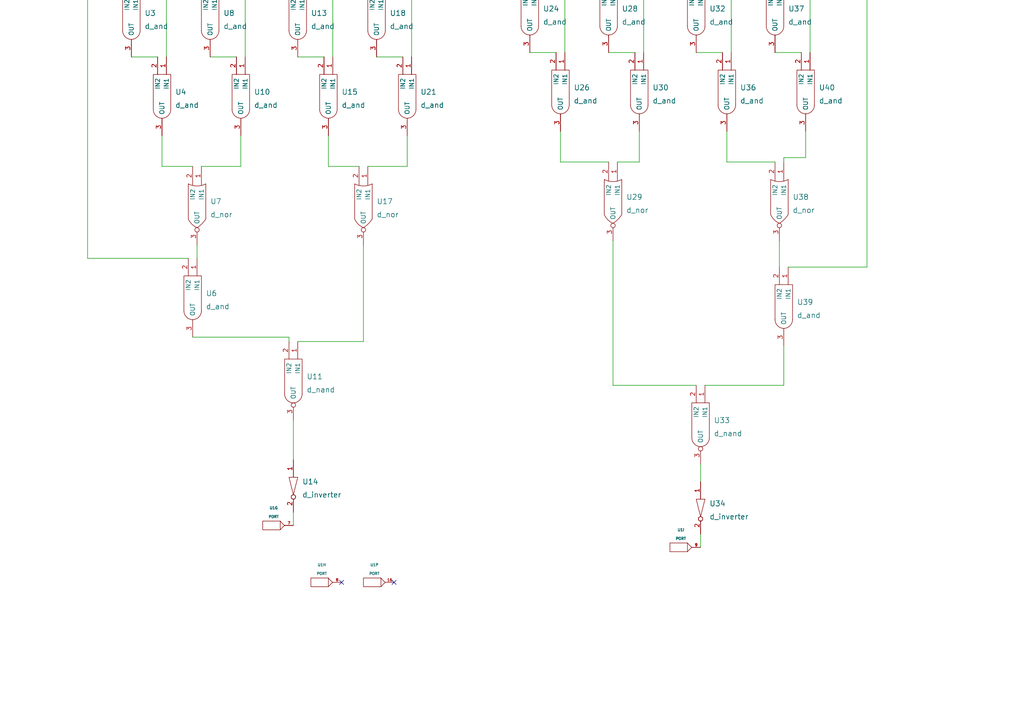
<source format=kicad_sch>
(kicad_sch (version 20211123) (generator eeschema)

  (uuid 4792d3c8-0bf5-4668-98cf-18c02947f50f)

  (paper "A4")

  (lib_symbols
    (symbol "eSim_Digital:d_and" (pin_names (offset 1.016)) (in_bom yes) (on_board yes)
      (property "Reference" "U" (id 0) (at 0 0 0)
        (effects (font (size 1.524 1.524)))
      )
      (property "Value" "d_and" (id 1) (at 1.27 2.54 0)
        (effects (font (size 1.524 1.524)))
      )
      (property "Footprint" "" (id 2) (at 0 0 0)
        (effects (font (size 1.524 1.524)))
      )
      (property "Datasheet" "" (id 3) (at 0 0 0)
        (effects (font (size 1.524 1.524)))
      )
      (symbol "d_and_0_1"
        (polyline
          (pts
            (xy 3.81 -1.27)
            (xy -6.35 -1.27)
            (xy -6.35 3.81)
            (xy 3.81 3.81)
          )
          (stroke (width 0) (type default) (color 0 0 0 0))
          (fill (type none))
        )
        (arc (start 3.81 -1.27) (mid 5.5897 -0.5171) (end 6.35 1.27)
          (stroke (width 0) (type default) (color 0 0 0 0))
          (fill (type none))
        )
        (arc (start 6.35 1.27) (mid 5.5971 3.0497) (end 3.81 3.81)
          (stroke (width 0) (type default) (color 0 0 0 0))
          (fill (type none))
        )
      )
      (symbol "d_and_1_1"
        (pin input line (at -11.43 2.54 0) (length 5.08)
          (name "IN1" (effects (font (size 1.27 1.27))))
          (number "1" (effects (font (size 1.27 1.27))))
        )
        (pin input line (at -11.43 0 0) (length 5.08)
          (name "IN2" (effects (font (size 1.27 1.27))))
          (number "2" (effects (font (size 1.27 1.27))))
        )
        (pin output line (at 11.43 1.27 180) (length 5.08)
          (name "OUT" (effects (font (size 1.27 1.27))))
          (number "3" (effects (font (size 1.27 1.27))))
        )
      )
    )
    (symbol "eSim_Digital:d_inverter" (pin_names (offset 1.016)) (in_bom yes) (on_board yes)
      (property "Reference" "U" (id 0) (at 0 -2.54 0)
        (effects (font (size 1.524 1.524)))
      )
      (property "Value" "d_inverter" (id 1) (at 0 3.81 0)
        (effects (font (size 1.524 1.524)))
      )
      (property "Footprint" "" (id 2) (at 1.27 -1.27 0)
        (effects (font (size 1.524 1.524)))
      )
      (property "Datasheet" "" (id 3) (at 1.27 -1.27 0)
        (effects (font (size 1.524 1.524)))
      )
      (symbol "d_inverter_0_1"
        (polyline
          (pts
            (xy -2.54 1.27)
            (xy -2.54 -1.27)
            (xy 2.54 0)
            (xy -2.54 1.27)
          )
          (stroke (width 0) (type default) (color 0 0 0 0))
          (fill (type none))
        )
      )
      (symbol "d_inverter_1_1"
        (pin input line (at -7.62 0 0) (length 5.08)
          (name "~" (effects (font (size 1.27 1.27))))
          (number "1" (effects (font (size 1.27 1.27))))
        )
        (pin output inverted (at 7.62 0 180) (length 5.08)
          (name "~" (effects (font (size 1.27 1.27))))
          (number "2" (effects (font (size 1.27 1.27))))
        )
      )
    )
    (symbol "eSim_Digital:d_nand" (pin_names (offset 1.016)) (in_bom yes) (on_board yes)
      (property "Reference" "U" (id 0) (at 0 0 0)
        (effects (font (size 1.524 1.524)))
      )
      (property "Value" "d_nand" (id 1) (at 1.27 2.54 0)
        (effects (font (size 1.524 1.524)))
      )
      (property "Footprint" "" (id 2) (at 0 0 0)
        (effects (font (size 1.524 1.524)))
      )
      (property "Datasheet" "" (id 3) (at 0 0 0)
        (effects (font (size 1.524 1.524)))
      )
      (symbol "d_nand_0_1"
        (polyline
          (pts
            (xy 3.81 -1.27)
            (xy -6.35 -1.27)
            (xy -6.35 3.81)
            (xy 3.81 3.81)
          )
          (stroke (width 0) (type default) (color 0 0 0 0))
          (fill (type none))
        )
        (arc (start 3.81 -1.27) (mid 5.5897 -0.5171) (end 6.35 1.27)
          (stroke (width 0) (type default) (color 0 0 0 0))
          (fill (type none))
        )
        (arc (start 6.35 1.27) (mid 5.5971 3.0497) (end 3.81 3.81)
          (stroke (width 0) (type default) (color 0 0 0 0))
          (fill (type none))
        )
      )
      (symbol "d_nand_1_1"
        (pin input line (at -11.43 2.54 0) (length 5.08)
          (name "IN1" (effects (font (size 1.27 1.27))))
          (number "1" (effects (font (size 1.27 1.27))))
        )
        (pin input line (at -11.43 0 0) (length 5.08)
          (name "IN2" (effects (font (size 1.27 1.27))))
          (number "2" (effects (font (size 1.27 1.27))))
        )
        (pin output inverted (at 11.43 1.27 180) (length 5.08)
          (name "OUT" (effects (font (size 1.27 1.27))))
          (number "3" (effects (font (size 1.27 1.27))))
        )
      )
    )
    (symbol "eSim_Digital:d_nor" (pin_names (offset 1.016)) (in_bom yes) (on_board yes)
      (property "Reference" "U" (id 0) (at 0 0 0)
        (effects (font (size 1.524 1.524)))
      )
      (property "Value" "d_nor" (id 1) (at 1.27 2.54 0)
        (effects (font (size 1.524 1.524)))
      )
      (property "Footprint" "" (id 2) (at 0 0 0)
        (effects (font (size 1.524 1.524)))
      )
      (property "Datasheet" "" (id 3) (at 0 0 0)
        (effects (font (size 1.524 1.524)))
      )
      (symbol "d_nor_0_1"
        (arc (start -6.35 -1.27) (mid -5.7504 1.27) (end -6.35 3.81)
          (stroke (width 0) (type default) (color 0 0 0 0))
          (fill (type none))
        )
        (polyline
          (pts
            (xy -6.35 -1.27)
            (xy 3.81 -1.27)
          )
          (stroke (width 0) (type default) (color 0 0 0 0))
          (fill (type none))
        )
        (polyline
          (pts
            (xy -6.35 3.81)
            (xy 3.81 3.81)
          )
          (stroke (width 0) (type default) (color 0 0 0 0))
          (fill (type none))
        )
        (arc (start 3.81 -1.27) (mid 5.3181 -0.2399) (end 6.35 1.27)
          (stroke (width 0) (type default) (color 0 0 0 0))
          (fill (type none))
        )
        (arc (start 6.35 1.27) (mid 5.2222 2.6828) (end 3.81 3.81)
          (stroke (width 0) (type default) (color 0 0 0 0))
          (fill (type none))
        )
      )
      (symbol "d_nor_1_1"
        (pin input line (at -11.43 2.54 0) (length 5.461)
          (name "IN1" (effects (font (size 1.27 1.27))))
          (number "1" (effects (font (size 1.27 1.27))))
        )
        (pin input line (at -11.43 0 0) (length 5.461)
          (name "IN2" (effects (font (size 1.27 1.27))))
          (number "2" (effects (font (size 1.27 1.27))))
        )
        (pin output inverted (at 11.43 1.27 180) (length 5.08)
          (name "OUT" (effects (font (size 1.27 1.27))))
          (number "3" (effects (font (size 1.27 1.27))))
        )
      )
    )
    (symbol "eSim_Miscellaneous:PORT" (pin_names (offset 1.016)) (in_bom yes) (on_board yes)
      (property "Reference" "U" (id 0) (at 1.27 2.54 0)
        (effects (font (size 0.762 0.762)))
      )
      (property "Value" "PORT" (id 1) (at 0 0 0)
        (effects (font (size 0.762 0.762)))
      )
      (property "Footprint" "" (id 2) (at 0 0 0)
        (effects (font (size 1.524 1.524)))
      )
      (property "Datasheet" "" (id 3) (at 0 0 0)
        (effects (font (size 1.524 1.524)))
      )
      (symbol "PORT_0_1"
        (rectangle (start -2.54 1.27) (end 2.54 -1.27)
          (stroke (width 0) (type default) (color 0 0 0 0))
          (fill (type none))
        )
        (arc (start 2.54 1.27) (mid 3.1355 0.5955) (end 3.81 0)
          (stroke (width 0) (type default) (color 0 0 0 0))
          (fill (type none))
        )
        (arc (start 3.81 0) (mid 3.1447 -0.6046) (end 2.54 -1.27)
          (stroke (width 0) (type default) (color 0 0 0 0))
          (fill (type none))
        )
      )
      (symbol "PORT_1_1"
        (pin bidirectional line (at 6.35 0 180) (length 2.54)
          (name "~" (effects (font (size 0.762 0.762))))
          (number "1" (effects (font (size 0.762 0.762))))
        )
      )
      (symbol "PORT_2_1"
        (pin bidirectional line (at 6.35 0 180) (length 2.54)
          (name "~" (effects (font (size 0.762 0.762))))
          (number "2" (effects (font (size 0.762 0.762))))
        )
      )
      (symbol "PORT_3_1"
        (pin bidirectional line (at 6.35 0 180) (length 2.54)
          (name "~" (effects (font (size 0.762 0.762))))
          (number "3" (effects (font (size 0.762 0.762))))
        )
      )
      (symbol "PORT_4_1"
        (pin bidirectional line (at 6.35 0 180) (length 2.54)
          (name "~" (effects (font (size 0.762 0.762))))
          (number "4" (effects (font (size 0.762 0.762))))
        )
      )
      (symbol "PORT_5_1"
        (pin bidirectional line (at 6.35 0 180) (length 2.54)
          (name "~" (effects (font (size 0.762 0.762))))
          (number "5" (effects (font (size 0.762 0.762))))
        )
      )
      (symbol "PORT_6_1"
        (pin bidirectional line (at 6.35 0 180) (length 2.54)
          (name "~" (effects (font (size 0.762 0.762))))
          (number "6" (effects (font (size 0.762 0.762))))
        )
      )
      (symbol "PORT_7_1"
        (pin bidirectional line (at 6.35 0 180) (length 2.54)
          (name "~" (effects (font (size 0.762 0.762))))
          (number "7" (effects (font (size 0.762 0.762))))
        )
      )
      (symbol "PORT_8_1"
        (pin bidirectional line (at 6.35 0 180) (length 2.54)
          (name "~" (effects (font (size 0.762 0.762))))
          (number "8" (effects (font (size 0.762 0.762))))
        )
      )
      (symbol "PORT_9_1"
        (pin bidirectional line (at 6.35 0 180) (length 2.54)
          (name "~" (effects (font (size 0.762 0.762))))
          (number "9" (effects (font (size 0.762 0.762))))
        )
      )
      (symbol "PORT_10_1"
        (pin bidirectional line (at 6.35 0 180) (length 2.54)
          (name "~" (effects (font (size 0.762 0.762))))
          (number "10" (effects (font (size 0.762 0.762))))
        )
      )
      (symbol "PORT_11_1"
        (pin bidirectional line (at 6.35 0 180) (length 2.54)
          (name "~" (effects (font (size 0.762 0.762))))
          (number "11" (effects (font (size 0.762 0.762))))
        )
      )
      (symbol "PORT_12_1"
        (pin bidirectional line (at 6.35 0 180) (length 2.54)
          (name "~" (effects (font (size 0.762 0.762))))
          (number "12" (effects (font (size 0.762 0.762))))
        )
      )
      (symbol "PORT_13_1"
        (pin bidirectional line (at 6.35 0 180) (length 2.54)
          (name "~" (effects (font (size 0.762 0.762))))
          (number "13" (effects (font (size 0.762 0.762))))
        )
      )
      (symbol "PORT_14_1"
        (pin bidirectional line (at 6.35 0 180) (length 2.54)
          (name "~" (effects (font (size 0.762 0.762))))
          (number "14" (effects (font (size 0.762 0.762))))
        )
      )
      (symbol "PORT_15_1"
        (pin bidirectional line (at 6.35 0 180) (length 2.54)
          (name "~" (effects (font (size 0.762 0.762))))
          (number "15" (effects (font (size 0.762 0.762))))
        )
      )
      (symbol "PORT_16_1"
        (pin bidirectional line (at 6.35 0 180) (length 2.54)
          (name "~" (effects (font (size 0.762 0.762))))
          (number "16" (effects (font (size 0.762 0.762))))
        )
      )
      (symbol "PORT_17_1"
        (pin bidirectional line (at 6.35 0 180) (length 2.54)
          (name "~" (effects (font (size 0.762 0.762))))
          (number "17" (effects (font (size 0.762 0.762))))
        )
      )
      (symbol "PORT_18_1"
        (pin bidirectional line (at 6.35 0 180) (length 2.54)
          (name "~" (effects (font (size 0.762 0.762))))
          (number "18" (effects (font (size 0.762 0.762))))
        )
      )
      (symbol "PORT_19_1"
        (pin bidirectional line (at 6.35 0 180) (length 2.54)
          (name "~" (effects (font (size 0.762 0.762))))
          (number "19" (effects (font (size 0.762 0.762))))
        )
      )
      (symbol "PORT_20_1"
        (pin bidirectional line (at 6.35 0 180) (length 2.54)
          (name "~" (effects (font (size 0.762 0.762))))
          (number "20" (effects (font (size 0.762 0.762))))
        )
      )
      (symbol "PORT_21_1"
        (pin bidirectional line (at 6.35 0 180) (length 2.54)
          (name "~" (effects (font (size 0.762 0.762))))
          (number "21" (effects (font (size 0.762 0.762))))
        )
      )
      (symbol "PORT_22_1"
        (pin bidirectional line (at 6.35 0 180) (length 2.54)
          (name "~" (effects (font (size 0.762 0.762))))
          (number "22" (effects (font (size 0.762 0.762))))
        )
      )
      (symbol "PORT_23_1"
        (pin bidirectional line (at 6.35 0 180) (length 2.54)
          (name "~" (effects (font (size 0.762 0.762))))
          (number "23" (effects (font (size 0.762 0.762))))
        )
      )
      (symbol "PORT_24_1"
        (pin bidirectional line (at 6.35 0 180) (length 2.54)
          (name "~" (effects (font (size 0.762 0.762))))
          (number "24" (effects (font (size 0.762 0.762))))
        )
      )
      (symbol "PORT_25_1"
        (pin bidirectional line (at 6.35 0 180) (length 2.54)
          (name "~" (effects (font (size 0.762 0.762))))
          (number "25" (effects (font (size 0.762 0.762))))
        )
      )
      (symbol "PORT_26_1"
        (pin bidirectional line (at 6.35 0 180) (length 2.54)
          (name "~" (effects (font (size 0.762 0.762))))
          (number "26" (effects (font (size 0.762 0.762))))
        )
      )
    )
  )

  (junction (at 119.38 -10.16) (diameter 0) (color 0 0 0 0)
    (uuid 1d5b468f-73e2-43b7-9221-ce4ccfd149cd)
  )
  (junction (at 151.13 -21.59) (diameter 0) (color 0 0 0 0)
    (uuid 2d186ee6-d263-4190-a606-93f8fa7de21f)
  )
  (junction (at 85.09 -21.59) (diameter 0) (color 0 0 0 0)
    (uuid 4b2587c4-3dd3-4dad-a15a-d0eee020d371)
  )
  (junction (at 212.09 -10.16) (diameter 0) (color 0 0 0 0)
    (uuid 554846a5-ab75-4eba-b20f-9f8a460e8803)
  )
  (junction (at 140.97 -41.91) (diameter 0) (color 0 0 0 0)
    (uuid 6a1079c0-2095-456d-9050-534a633be7fa)
  )
  (junction (at 107.95 -13.97) (diameter 0) (color 0 0 0 0)
    (uuid 75d0f873-6e56-43e5-927a-671bba59ba43)
  )
  (junction (at 116.84 -40.64) (diameter 0) (color 0 0 0 0)
    (uuid 85f91466-9113-4468-b391-2d6edcc4eaaf)
  )
  (junction (at 116.84 -10.16) (diameter 0) (color 0 0 0 0)
    (uuid 8b5330ea-abad-4677-b9d6-d0a061fa2717)
  )
  (junction (at 175.26 -13.97) (diameter 0) (color 0 0 0 0)
    (uuid 920c3f16-a344-4021-89f3-a4dbc58f3c98)
  )
  (junction (at 71.12 -17.78) (diameter 0) (color 0 0 0 0)
    (uuid 92c0b789-8ac8-49b5-b49c-5fc1192fcd15)
  )
  (junction (at 163.83 -17.78) (diameter 0) (color 0 0 0 0)
    (uuid 9a7df38e-3e1f-4f25-ab1c-5ca4e3b8fff9)
  )
  (junction (at 106.68 -17.78) (diameter 0) (color 0 0 0 0)
    (uuid b21205ec-fe8e-463a-beca-b8c2553d2bde)
  )
  (junction (at 140.97 -13.97) (diameter 0) (color 0 0 0 0)
    (uuid d92d899c-3c72-44dc-ae35-ec801467cd07)
  )
  (junction (at 152.4 -21.59) (diameter 0) (color 0 0 0 0)
    (uuid de238996-92ac-44de-a686-7d2b51dc4689)
  )

  (no_connect (at 114.3 168.91) (uuid 469f9036-7821-4f86-8fe2-ca61c41a7eaa))
  (no_connect (at 99.06 168.91) (uuid f0ad278c-43ed-4c45-8ba8-c38e2e936c6a))

  (wire (pts (xy 233.68 38.1) (xy 233.68 45.72))
    (stroke (width 0) (type default) (color 0 0 0 0))
    (uuid 01bfc2a7-ad28-415c-b107-4ca0529f5c9b)
  )
  (wire (pts (xy 59.69 -6.35) (xy 59.69 -13.97))
    (stroke (width 0) (type default) (color 0 0 0 0))
    (uuid 023e268e-96fa-45a5-860e-fdf3434c9175)
  )
  (wire (pts (xy 209.55 -44.45) (xy 226.06 -44.45))
    (stroke (width 0) (type default) (color 0 0 0 0))
    (uuid 04533723-dacf-4c36-860e-9b9bd61e1e5b)
  )
  (wire (pts (xy 152.4 -7.62) (xy 152.4 -21.59))
    (stroke (width 0) (type default) (color 0 0 0 0))
    (uuid 05e0733e-e1d8-4d61-908d-a5eeb1d4270b)
  )
  (wire (pts (xy 234.95 -10.16) (xy 234.95 15.24))
    (stroke (width 0) (type default) (color 0 0 0 0))
    (uuid 09968670-ec8b-46be-a938-e5982a863a4e)
  )
  (wire (pts (xy 154.94 -106.68) (xy 154.94 -59.69))
    (stroke (width 0) (type default) (color 0 0 0 0))
    (uuid 0a6dfce6-190c-4ada-9358-7d54c418e7d6)
  )
  (wire (pts (xy 115.57 -73.66) (xy 116.84 -73.66))
    (stroke (width 0) (type default) (color 0 0 0 0))
    (uuid 11603ce5-93b2-4115-8a98-a4e60c4ef91b)
  )
  (wire (pts (xy 186.69 -17.78) (xy 186.69 15.24))
    (stroke (width 0) (type default) (color 0 0 0 0))
    (uuid 1268e161-f6a1-4d84-af91-e94f888111d8)
  )
  (wire (pts (xy 177.8 -44.45) (xy 173.99 -44.45))
    (stroke (width 0) (type default) (color 0 0 0 0))
    (uuid 15e7c376-187f-4d75-b4ff-df93c7a37e44)
  )
  (wire (pts (xy 107.95 -13.97) (xy 107.95 -6.35))
    (stroke (width 0) (type default) (color 0 0 0 0))
    (uuid 16e737af-6918-43bc-97d7-e8ef3181e2df)
  )
  (wire (pts (xy 153.67 15.24) (xy 161.29 15.24))
    (stroke (width 0) (type default) (color 0 0 0 0))
    (uuid 1a7cc423-9cb9-49d1-8703-92ec9af8ec50)
  )
  (wire (pts (xy 210.82 38.1) (xy 210.82 46.99))
    (stroke (width 0) (type default) (color 0 0 0 0))
    (uuid 1b0ede93-322d-4b53-b89d-fa460715dadb)
  )
  (wire (pts (xy 24.13 -69.85) (xy 24.13 -60.96))
    (stroke (width 0) (type default) (color 0 0 0 0))
    (uuid 1d33b1a8-de77-4071-b702-fcf2178f2cdd)
  )
  (wire (pts (xy 109.22 16.51) (xy 116.84 16.51))
    (stroke (width 0) (type default) (color 0 0 0 0))
    (uuid 200a5ad5-de2b-4665-bbdf-b9c1305a33e1)
  )
  (wire (pts (xy 140.97 -13.97) (xy 175.26 -13.97))
    (stroke (width 0) (type default) (color 0 0 0 0))
    (uuid 210d340c-aa89-4a44-b29e-1704d3682ea1)
  )
  (wire (pts (xy 116.84 -73.66) (xy 116.84 -59.69))
    (stroke (width 0) (type default) (color 0 0 0 0))
    (uuid 21397290-f1b4-4ec6-b020-bcc16d69b997)
  )
  (wire (pts (xy 118.11 48.26) (xy 106.68 48.26))
    (stroke (width 0) (type default) (color 0 0 0 0))
    (uuid 22fa8213-9853-4dda-855e-33fde8b4f396)
  )
  (wire (pts (xy 175.26 -13.97) (xy 175.26 -7.62))
    (stroke (width 0) (type default) (color 0 0 0 0))
    (uuid 26fdbdc4-7168-4e2f-b4f3-f01239320f30)
  )
  (wire (pts (xy 118.11 39.37) (xy 118.11 48.26))
    (stroke (width 0) (type default) (color 0 0 0 0))
    (uuid 27e21c9e-d34e-405c-9e53-69b576f41fda)
  )
  (wire (pts (xy 209.55 -80.01) (xy 209.55 -59.69))
    (stroke (width 0) (type default) (color 0 0 0 0))
    (uuid 2a7ecf9e-3ba2-45c9-9dd2-b9db5ba528c3)
  )
  (wire (pts (xy 85.09 -21.59) (xy 85.09 -6.35))
    (stroke (width 0) (type default) (color 0 0 0 0))
    (uuid 2b7352c8-d560-406e-bde5-87ad6b8269d9)
  )
  (wire (pts (xy 46.99 48.26) (xy 55.88 48.26))
    (stroke (width 0) (type default) (color 0 0 0 0))
    (uuid 2dc80a9b-7d25-43ef-9db0-7f7e131b9772)
  )
  (wire (pts (xy 87.63 -6.35) (xy 87.63 -44.45))
    (stroke (width 0) (type default) (color 0 0 0 0))
    (uuid 390c084b-1930-4fda-8b24-4bd378c10918)
  )
  (wire (pts (xy 203.2 154.94) (xy 203.2 158.75))
    (stroke (width 0) (type default) (color 0 0 0 0))
    (uuid 39a2689d-cf14-4788-a591-326ac2daa05f)
  )
  (wire (pts (xy 57.15 71.12) (xy 57.15 74.93))
    (stroke (width 0) (type default) (color 0 0 0 0))
    (uuid 3abf0597-5330-46d1-91a8-f64c703ee99b)
  )
  (wire (pts (xy 140.97 -73.66) (xy 140.97 -59.69))
    (stroke (width 0) (type default) (color 0 0 0 0))
    (uuid 3dfbbc08-32d2-4863-98e5-d802da025a9b)
  )
  (wire (pts (xy 151.13 -41.91) (xy 151.13 -21.59))
    (stroke (width 0) (type default) (color 0 0 0 0))
    (uuid 3e1d54c1-360a-411d-95a6-738847a28d6a)
  )
  (wire (pts (xy 96.52 16.51) (xy 96.52 -10.16))
    (stroke (width 0) (type default) (color 0 0 0 0))
    (uuid 3ff2ad9a-8180-4caa-a04b-a8d0ec6bbde3)
  )
  (wire (pts (xy 110.49 -44.45) (xy 104.14 -44.45))
    (stroke (width 0) (type default) (color 0 0 0 0))
    (uuid 414c55aa-d1f4-4eec-9572-c72f4e0507b3)
  )
  (wire (pts (xy 116.84 -22.86) (xy 116.84 -10.16))
    (stroke (width 0) (type default) (color 0 0 0 0))
    (uuid 4aed30af-1dbc-4c60-982f-025a5fecbf58)
  )
  (wire (pts (xy 36.83 -21.59) (xy 85.09 -21.59))
    (stroke (width 0) (type default) (color 0 0 0 0))
    (uuid 4c0f18e9-1fc9-4b6a-90ed-41ff17183f74)
  )
  (wire (pts (xy 140.97 -44.45) (xy 140.97 -41.91))
    (stroke (width 0) (type default) (color 0 0 0 0))
    (uuid 4e4ac847-79b2-408c-b463-ec88a0854450)
  )
  (wire (pts (xy 105.41 99.06) (xy 86.36 99.06))
    (stroke (width 0) (type default) (color 0 0 0 0))
    (uuid 5161d7ca-9b7c-4da5-9b7d-0d51881129ca)
  )
  (wire (pts (xy 85.09 -85.09) (xy 85.09 -59.69))
    (stroke (width 0) (type default) (color 0 0 0 0))
    (uuid 5169feae-a475-4b80-83a3-619a7f8be4d4)
  )
  (wire (pts (xy 116.84 -40.64) (xy 116.84 -38.1))
    (stroke (width 0) (type default) (color 0 0 0 0))
    (uuid 5304dd04-3734-42d5-9780-b9059b1f5f15)
  )
  (wire (pts (xy 224.79 15.24) (xy 232.41 15.24))
    (stroke (width 0) (type default) (color 0 0 0 0))
    (uuid 54db0274-51bc-45ae-872c-17c765d57b98)
  )
  (wire (pts (xy 251.46 -44.45) (xy 251.46 77.47))
    (stroke (width 0) (type default) (color 0 0 0 0))
    (uuid 562322e4-f14c-4078-9ca5-75f93e5416a2)
  )
  (wire (pts (xy 60.96 16.51) (xy 68.58 16.51))
    (stroke (width 0) (type default) (color 0 0 0 0))
    (uuid 57f01705-8ad6-4a22-87f3-07141c40584f)
  )
  (wire (pts (xy 116.84 -10.16) (xy 119.38 -10.16))
    (stroke (width 0) (type default) (color 0 0 0 0))
    (uuid 59f1f5de-95d0-444f-ab84-bb98678c86e5)
  )
  (wire (pts (xy 69.85 48.26) (xy 58.42 48.26))
    (stroke (width 0) (type default) (color 0 0 0 0))
    (uuid 5ab60b9f-0385-4d29-9a8d-d80661b0dcdc)
  )
  (wire (pts (xy 190.5 -87.63) (xy 190.5 -59.69))
    (stroke (width 0) (type default) (color 0 0 0 0))
    (uuid 5ddcb00a-0d59-49e6-9450-9f8b8614fabe)
  )
  (wire (pts (xy 203.2 -44.45) (xy 203.2 -7.62))
    (stroke (width 0) (type default) (color 0 0 0 0))
    (uuid 61feef41-691e-484d-8c2c-93e1189a10be)
  )
  (wire (pts (xy 96.52 -10.16) (xy 116.84 -10.16))
    (stroke (width 0) (type default) (color 0 0 0 0))
    (uuid 626ff8c8-b9cd-4793-9fa1-8d3d334170d3)
  )
  (wire (pts (xy 25.4 -45.72) (xy 25.4 74.93))
    (stroke (width 0) (type default) (color 0 0 0 0))
    (uuid 66cf4118-4e3d-40e7-9e3e-f36f319d2883)
  )
  (wire (pts (xy 85.09 -21.59) (xy 151.13 -21.59))
    (stroke (width 0) (type default) (color 0 0 0 0))
    (uuid 6701b454-3a18-43dc-86ef-1a115de9ee43)
  )
  (wire (pts (xy 200.66 -21.59) (xy 200.66 -7.62))
    (stroke (width 0) (type default) (color 0 0 0 0))
    (uuid 69a43e5a-2c0d-44b2-9ee9-a01d8ea7077c)
  )
  (wire (pts (xy 105.41 71.12) (xy 105.41 99.06))
    (stroke (width 0) (type default) (color 0 0 0 0))
    (uuid 6ce86d12-fc4b-4698-889e-bbccae2b3c58)
  )
  (wire (pts (xy 154.94 -44.45) (xy 154.94 -7.62))
    (stroke (width 0) (type default) (color 0 0 0 0))
    (uuid 6d24df6b-014a-44e2-a245-4232e3103094)
  )
  (wire (pts (xy 177.8 69.85) (xy 177.8 111.76))
    (stroke (width 0) (type default) (color 0 0 0 0))
    (uuid 6d2bbd66-a14d-4b1e-9b90-e9b0c2807524)
  )
  (wire (pts (xy 71.12 -17.78) (xy 106.68 -17.78))
    (stroke (width 0) (type default) (color 0 0 0 0))
    (uuid 70e92902-511c-4f73-b696-5518a26123ef)
  )
  (wire (pts (xy 140.97 -22.86) (xy 140.97 -13.97))
    (stroke (width 0) (type default) (color 0 0 0 0))
    (uuid 730cd73a-223c-4538-870b-aacca1369154)
  )
  (wire (pts (xy 107.95 -13.97) (xy 140.97 -13.97))
    (stroke (width 0) (type default) (color 0 0 0 0))
    (uuid 73a5a414-a7d8-4cc1-9ed2-73e63c62b7cb)
  )
  (wire (pts (xy 48.26 16.51) (xy 48.26 -17.78))
    (stroke (width 0) (type default) (color 0 0 0 0))
    (uuid 740d58cb-d3ba-41bb-85fd-20ec02ed6068)
  )
  (wire (pts (xy 163.83 -17.78) (xy 186.69 -17.78))
    (stroke (width 0) (type default) (color 0 0 0 0))
    (uuid 790b73b4-0228-4d85-af2d-e1b212741339)
  )
  (wire (pts (xy 110.49 -6.35) (xy 110.49 -44.45))
    (stroke (width 0) (type default) (color 0 0 0 0))
    (uuid 7949b85a-0bf2-4f04-b6fb-3509e66d2b6e)
  )
  (wire (pts (xy 49.53 -105.41) (xy 49.53 -59.69))
    (stroke (width 0) (type default) (color 0 0 0 0))
    (uuid 7ae9ab39-69c6-40b3-b86e-78c636e00b27)
  )
  (wire (pts (xy 185.42 38.1) (xy 185.42 46.99))
    (stroke (width 0) (type default) (color 0 0 0 0))
    (uuid 81aaadc7-beae-403d-98c2-ae8f2f1164b1)
  )
  (wire (pts (xy 233.68 45.72) (xy 227.33 45.72))
    (stroke (width 0) (type default) (color 0 0 0 0))
    (uuid 8429c57f-41aa-4ff9-a55b-72cc03d78a9a)
  )
  (wire (pts (xy 68.58 -95.25) (xy 68.58 -59.69))
    (stroke (width 0) (type default) (color 0 0 0 0))
    (uuid 85907ad0-af81-47e3-9fa8-e916eb88f9b3)
  )
  (wire (pts (xy 173.99 -99.06) (xy 173.99 -59.69))
    (stroke (width 0) (type default) (color 0 0 0 0))
    (uuid 88fca3b3-a07a-4289-900b-3d293eb9bb6a)
  )
  (wire (pts (xy 69.85 39.37) (xy 69.85 48.26))
    (stroke (width 0) (type default) (color 0 0 0 0))
    (uuid 8caaa362-e6f2-4197-84a0-998a0f98b9d7)
  )
  (wire (pts (xy 162.56 38.1) (xy 162.56 46.99))
    (stroke (width 0) (type default) (color 0 0 0 0))
    (uuid 8f203711-9579-4233-822b-857ca7a273a4)
  )
  (wire (pts (xy 251.46 77.47) (xy 228.6 77.47))
    (stroke (width 0) (type default) (color 0 0 0 0))
    (uuid 9070fb19-e4b2-44d2-b7df-3c4180375873)
  )
  (wire (pts (xy 175.26 -13.97) (xy 223.52 -13.97))
    (stroke (width 0) (type default) (color 0 0 0 0))
    (uuid 916c5290-a8d5-47ab-ab1d-80b884499ac4)
  )
  (wire (pts (xy 226.06 69.85) (xy 226.06 77.47))
    (stroke (width 0) (type default) (color 0 0 0 0))
    (uuid 92645ed8-b028-4fcd-bc9e-84ab431c373a)
  )
  (wire (pts (xy 140.97 -41.91) (xy 140.97 -38.1))
    (stroke (width 0) (type default) (color 0 0 0 0))
    (uuid 9518fc63-b098-4526-ae6b-98d06f791e77)
  )
  (wire (pts (xy 46.99 39.37) (xy 46.99 48.26))
    (stroke (width 0) (type default) (color 0 0 0 0))
    (uuid 955597c5-fafa-499e-b0f5-90cdf56e0941)
  )
  (wire (pts (xy 106.68 -40.64) (xy 106.68 -17.78))
    (stroke (width 0) (type default) (color 0 0 0 0))
    (uuid 9c941510-7254-4fb0-ae35-0f9acaea9e45)
  )
  (wire (pts (xy 59.69 -13.97) (xy 107.95 -13.97))
    (stroke (width 0) (type default) (color 0 0 0 0))
    (uuid 9cb9a4d9-e429-480a-8179-5916a83b0583)
  )
  (wire (pts (xy 95.25 39.37) (xy 95.25 48.26))
    (stroke (width 0) (type default) (color 0 0 0 0))
    (uuid 9f65562f-577f-45a4-aaa1-a053d3784d34)
  )
  (wire (pts (xy 177.8 111.76) (xy 201.93 111.76))
    (stroke (width 0) (type default) (color 0 0 0 0))
    (uuid 9fb317cf-44ea-40f1-8258-bd954aa59f68)
  )
  (wire (pts (xy 62.23 -6.35) (xy 62.23 -44.45))
    (stroke (width 0) (type default) (color 0 0 0 0))
    (uuid a030e68a-48ef-44ec-a0ac-0da79f112d46)
  )
  (wire (pts (xy 116.84 -40.64) (xy 106.68 -40.64))
    (stroke (width 0) (type default) (color 0 0 0 0))
    (uuid a22f5c19-bce0-4bd4-ae3e-babc13e48983)
  )
  (wire (pts (xy 83.82 97.79) (xy 83.82 99.06))
    (stroke (width 0) (type default) (color 0 0 0 0))
    (uuid a23f111c-1fe8-4f78-961d-37c81d8a1fa6)
  )
  (wire (pts (xy 163.83 -17.78) (xy 163.83 15.24))
    (stroke (width 0) (type default) (color 0 0 0 0))
    (uuid a2621d6b-bfaa-4128-9830-7f4751c87085)
  )
  (wire (pts (xy 38.1 16.51) (xy 45.72 16.51))
    (stroke (width 0) (type default) (color 0 0 0 0))
    (uuid a742e909-5ad2-4ffd-bba0-8e4ff914b2b5)
  )
  (wire (pts (xy 106.68 -17.78) (xy 163.83 -17.78))
    (stroke (width 0) (type default) (color 0 0 0 0))
    (uuid a76a7f23-c8a2-4349-817c-aae327517d52)
  )
  (wire (pts (xy 104.14 -73.66) (xy 104.14 -59.69))
    (stroke (width 0) (type default) (color 0 0 0 0))
    (uuid a8128f51-2018-4734-bb6d-8c6d0e2e50bd)
  )
  (wire (pts (xy 212.09 -10.16) (xy 212.09 15.24))
    (stroke (width 0) (type default) (color 0 0 0 0))
    (uuid ab019712-fb2e-4c36-9692-5af4591c9450)
  )
  (wire (pts (xy 39.37 -6.35) (xy 39.37 -44.45))
    (stroke (width 0) (type default) (color 0 0 0 0))
    (uuid b07b91dc-1e98-418d-8aa5-80f66c05bcda)
  )
  (wire (pts (xy 62.23 -44.45) (xy 68.58 -44.45))
    (stroke (width 0) (type default) (color 0 0 0 0))
    (uuid b22bdd4a-1acf-429d-9990-da14ec0fd4dd)
  )
  (wire (pts (xy 201.93 15.24) (xy 209.55 15.24))
    (stroke (width 0) (type default) (color 0 0 0 0))
    (uuid b2e93eda-3ddd-4b7b-85f5-232d29f959df)
  )
  (wire (pts (xy 71.12 -17.78) (xy 71.12 16.51))
    (stroke (width 0) (type default) (color 0 0 0 0))
    (uuid b4b0c9b2-16eb-45ac-bc14-058ae0920849)
  )
  (wire (pts (xy 162.56 46.99) (xy 176.53 46.99))
    (stroke (width 0) (type default) (color 0 0 0 0))
    (uuid b953baf9-6915-4c55-9828-904cd7cee99a)
  )
  (wire (pts (xy 119.38 -10.16) (xy 212.09 -10.16))
    (stroke (width 0) (type default) (color 0 0 0 0))
    (uuid b9cbf7da-973b-4a42-aca4-4d5975c8c88c)
  )
  (wire (pts (xy 151.13 -21.59) (xy 152.4 -21.59))
    (stroke (width 0) (type default) (color 0 0 0 0))
    (uuid bd80381c-a0ed-4d0a-8ff8-7e831721481b)
  )
  (wire (pts (xy 86.36 16.51) (xy 93.98 16.51))
    (stroke (width 0) (type default) (color 0 0 0 0))
    (uuid becfd68b-e3f7-493f-8035-fac407df4444)
  )
  (wire (pts (xy 87.63 -44.45) (xy 85.09 -44.45))
    (stroke (width 0) (type default) (color 0 0 0 0))
    (uuid bf1548ef-ae30-4659-a49f-420e68aa7586)
  )
  (wire (pts (xy 227.33 100.33) (xy 227.33 111.76))
    (stroke (width 0) (type default) (color 0 0 0 0))
    (uuid c185b117-833d-47a7-a761-44687c9f70e2)
  )
  (wire (pts (xy 185.42 46.99) (xy 179.07 46.99))
    (stroke (width 0) (type default) (color 0 0 0 0))
    (uuid c1874c8e-36ad-42a7-bc43-c5c96cbd5e5d)
  )
  (wire (pts (xy 36.83 -6.35) (xy 36.83 -21.59))
    (stroke (width 0) (type default) (color 0 0 0 0))
    (uuid c6c4c61e-75ac-4a7d-91f6-e0b18d9c63c1)
  )
  (wire (pts (xy 227.33 111.76) (xy 204.47 111.76))
    (stroke (width 0) (type default) (color 0 0 0 0))
    (uuid c87c2f5b-73e9-43e7-8925-f18f386c6db7)
  )
  (wire (pts (xy 176.53 15.24) (xy 184.15 15.24))
    (stroke (width 0) (type default) (color 0 0 0 0))
    (uuid ccde666c-8e52-40bd-83b6-0c725abe6484)
  )
  (wire (pts (xy 119.38 -10.16) (xy 119.38 16.51))
    (stroke (width 0) (type default) (color 0 0 0 0))
    (uuid d14f5034-895c-4751-a274-d8b5afc2e1e4)
  )
  (wire (pts (xy 177.8 -7.62) (xy 177.8 -44.45))
    (stroke (width 0) (type default) (color 0 0 0 0))
    (uuid d68d7102-24d8-454c-850c-10da7c6d6a66)
  )
  (wire (pts (xy 25.4 74.93) (xy 54.61 74.93))
    (stroke (width 0) (type default) (color 0 0 0 0))
    (uuid d8f1cb7c-f689-4acc-b7ba-223274448d03)
  )
  (wire (pts (xy 55.88 97.79) (xy 83.82 97.79))
    (stroke (width 0) (type default) (color 0 0 0 0))
    (uuid da7c082b-6aae-47b7-8ca4-5fa41ff5606d)
  )
  (wire (pts (xy 223.52 -13.97) (xy 223.52 -7.62))
    (stroke (width 0) (type default) (color 0 0 0 0))
    (uuid e01283a9-6f1e-4c66-b30c-9b01b4ef884d)
  )
  (wire (pts (xy 203.2 134.62) (xy 203.2 139.7))
    (stroke (width 0) (type default) (color 0 0 0 0))
    (uuid e4a47cc8-9a5e-4179-9ea1-32e6bd5aacda)
  )
  (wire (pts (xy 210.82 46.99) (xy 224.79 46.99))
    (stroke (width 0) (type default) (color 0 0 0 0))
    (uuid e6be7d5b-bd0f-40ac-b4c5-1d35bc52714f)
  )
  (wire (pts (xy 152.4 -21.59) (xy 200.66 -21.59))
    (stroke (width 0) (type default) (color 0 0 0 0))
    (uuid ea5b4eff-5cfa-4610-961d-cdd4ca750be9)
  )
  (wire (pts (xy 39.37 -44.45) (xy 49.53 -44.45))
    (stroke (width 0) (type default) (color 0 0 0 0))
    (uuid ebe56b24-8372-4a28-8067-6ca846d3a724)
  )
  (wire (pts (xy 212.09 -10.16) (xy 234.95 -10.16))
    (stroke (width 0) (type default) (color 0 0 0 0))
    (uuid eea14eea-dcdf-4752-bbc3-3d16cff0e118)
  )
  (wire (pts (xy 190.5 -44.45) (xy 203.2 -44.45))
    (stroke (width 0) (type default) (color 0 0 0 0))
    (uuid f08c450a-fd9a-4fcb-a5f2-fe99761588e0)
  )
  (wire (pts (xy 227.33 45.72) (xy 227.33 46.99))
    (stroke (width 0) (type default) (color 0 0 0 0))
    (uuid f26adc12-1b39-47d3-a933-27fa6d6019a3)
  )
  (wire (pts (xy 24.13 -60.96) (xy 25.4 -60.96))
    (stroke (width 0) (type default) (color 0 0 0 0))
    (uuid f287d10a-69a9-4471-983d-1fcaf637a63c)
  )
  (wire (pts (xy 226.06 -7.62) (xy 226.06 -44.45))
    (stroke (width 0) (type default) (color 0 0 0 0))
    (uuid f4e77df6-0a49-4b5e-b5e2-1f3874124be0)
  )
  (wire (pts (xy 95.25 48.26) (xy 104.14 48.26))
    (stroke (width 0) (type default) (color 0 0 0 0))
    (uuid f5a99996-7849-4e89-b1a6-fcf373db28a4)
  )
  (wire (pts (xy 85.09 148.59) (xy 85.09 152.4))
    (stroke (width 0) (type default) (color 0 0 0 0))
    (uuid f72df0b1-11a3-4de3-8ff0-07b2de3065ea)
  )
  (wire (pts (xy 140.97 -41.91) (xy 151.13 -41.91))
    (stroke (width 0) (type default) (color 0 0 0 0))
    (uuid f88bdc12-7655-4894-bd50-b65b7d64153b)
  )
  (wire (pts (xy 85.09 121.92) (xy 85.09 133.35))
    (stroke (width 0) (type default) (color 0 0 0 0))
    (uuid f971db26-5352-45f0-a0d1-97ee26f62a78)
  )
  (wire (pts (xy 48.26 -17.78) (xy 71.12 -17.78))
    (stroke (width 0) (type default) (color 0 0 0 0))
    (uuid fbe5dcf3-a800-4b3a-8be8-12d4c42a6ee1)
  )
  (wire (pts (xy 116.84 -44.45) (xy 116.84 -40.64))
    (stroke (width 0) (type default) (color 0 0 0 0))
    (uuid fbff395f-5ea5-41bc-be4d-ab234bf6a27d)
  )
  (wire (pts (xy 233.68 -67.31) (xy 233.68 -59.69))
    (stroke (width 0) (type default) (color 0 0 0 0))
    (uuid fe6daf49-3306-4b35-8bf7-20e0eef71b99)
  )
  (wire (pts (xy 233.68 -44.45) (xy 251.46 -44.45))
    (stroke (width 0) (type default) (color 0 0 0 0))
    (uuid ff24295c-4393-4941-8219-37454ac7a8ad)
  )

  (symbol (lib_id "eSim_Digital:d_and") (at 68.58 27.94 270) (unit 1)
    (in_bom yes) (on_board yes) (fields_autoplaced)
    (uuid 023e5ffe-7dfb-41f2-b490-7a3b346bffe1)
    (property "Reference" "U10" (id 0) (at 73.66 26.67 90)
      (effects (font (size 1.524 1.524)) (justify left))
    )
    (property "Value" "d_and" (id 1) (at 73.66 30.48 90)
      (effects (font (size 1.524 1.524)) (justify left))
    )
    (property "Footprint" "" (id 2) (at 68.58 27.94 0)
      (effects (font (size 1.524 1.524)))
    )
    (property "Datasheet" "" (id 3) (at 68.58 27.94 0)
      (effects (font (size 1.524 1.524)))
    )
    (pin "1" (uuid ff20313e-303e-47d9-92ff-d0fe63d271e7))
    (pin "2" (uuid 5fc05d8a-8911-4f3b-8368-2707648f65e4))
    (pin "3" (uuid ba682dc7-704a-4002-b973-9cf72310a5ae))
  )

  (symbol (lib_id "eSim_Digital:d_and") (at 200.66 3.81 270) (unit 1)
    (in_bom yes) (on_board yes) (fields_autoplaced)
    (uuid 1018da96-7a4a-427a-bd8f-ce966d3d5bb0)
    (property "Reference" "U32" (id 0) (at 205.74 2.54 90)
      (effects (font (size 1.524 1.524)) (justify left))
    )
    (property "Value" "d_and" (id 1) (at 205.74 6.35 90)
      (effects (font (size 1.524 1.524)) (justify left))
    )
    (property "Footprint" "" (id 2) (at 200.66 3.81 0)
      (effects (font (size 1.524 1.524)))
    )
    (property "Datasheet" "" (id 3) (at 200.66 3.81 0)
      (effects (font (size 1.524 1.524)))
    )
    (pin "1" (uuid c7d6694a-1d1d-41a3-96f5-1aa5291ab5d2))
    (pin "2" (uuid c9af8d37-0e46-4b57-af15-45bc87139082))
    (pin "3" (uuid 0ef21469-6f4a-4d4b-bf96-0664e4bfc4f2))
  )

  (symbol (lib_id "eSim_Digital:d_inverter") (at 104.14 -52.07 270) (unit 1)
    (in_bom yes) (on_board yes) (fields_autoplaced)
    (uuid 18edc90c-d8af-49de-a0a0-219a7429879e)
    (property "Reference" "U16" (id 0) (at 106.68 -53.34 90)
      (effects (font (size 1.524 1.524)) (justify left))
    )
    (property "Value" "d_inverter" (id 1) (at 106.68 -49.53 90)
      (effects (font (size 1.524 1.524)) (justify left))
    )
    (property "Footprint" "" (id 2) (at 102.87 -50.8 0)
      (effects (font (size 1.524 1.524)))
    )
    (property "Datasheet" "" (id 3) (at 102.87 -50.8 0)
      (effects (font (size 1.524 1.524)))
    )
    (pin "1" (uuid 42aa7297-c00d-4502-a24d-8c3928f20404))
    (pin "2" (uuid d885965a-f934-4284-a2de-9d62b2140311))
  )

  (symbol (lib_id "eSim_Miscellaneous:PORT") (at 196.85 158.75 0) (unit 9)
    (in_bom yes) (on_board yes) (fields_autoplaced)
    (uuid 1cc6922a-9cf2-4ac1-87ef-2458b750566c)
    (property "Reference" "U1" (id 0) (at 197.485 153.67 0)
      (effects (font (size 0.762 0.762)))
    )
    (property "Value" "PORT" (id 1) (at 197.485 156.21 0)
      (effects (font (size 0.762 0.762)))
    )
    (property "Footprint" "" (id 2) (at 196.85 158.75 0)
      (effects (font (size 1.524 1.524)))
    )
    (property "Datasheet" "" (id 3) (at 196.85 158.75 0)
      (effects (font (size 1.524 1.524)))
    )
    (pin "1" (uuid 94bd74b3-43fd-462d-bc5b-76a571ae51b2))
    (pin "2" (uuid 26ed63ef-8fe5-4eeb-a638-5bcb221b364d))
    (pin "3" (uuid 0caed213-6b49-490d-85f5-8ef908d4808c))
    (pin "4" (uuid e7719f00-c778-4f6e-933c-3646aa9dd541))
    (pin "5" (uuid 6984bb91-c998-4dfd-8376-45dd269db665))
    (pin "6" (uuid 58174504-ac1f-4382-b5c5-1cd7941aa5aa))
    (pin "7" (uuid 1e5cc94f-e34a-43e5-beb4-86f20134e9ff))
    (pin "8" (uuid 014bea60-db00-4bca-bfe9-2d592c9c83cd))
    (pin "9" (uuid 7d2f74a8-8be1-41f5-914f-3383687fb625))
    (pin "10" (uuid d8055fa3-914a-4791-ac02-54a2211f9f39))
    (pin "11" (uuid 42231145-7cee-4b1d-937a-29f1fe355b17))
    (pin "12" (uuid 72aa2afa-e160-4a1c-a383-c40ac82c83aa))
    (pin "13" (uuid 14486dfa-d2d8-4b33-aced-1f7748cc065c))
    (pin "14" (uuid 0626439f-1f26-4331-ab69-6c08e97f9f8d))
    (pin "15" (uuid 89cd7448-ae58-4ed1-bcf9-093dc06e24d3))
    (pin "16" (uuid 45ff4a2d-6873-499d-a779-362db70d5cfb))
    (pin "17" (uuid 8b4a63b6-a81e-45af-a3d7-6ddf168d2bd2))
    (pin "18" (uuid 38ffcb50-c0f0-4ced-b70f-29f8d8a7b109))
    (pin "19" (uuid cd870c96-18ab-4b82-b7c4-49b9caf06ef7))
    (pin "20" (uuid b6c8d78e-87a2-45dd-b859-a4f4dd17228e))
    (pin "21" (uuid abea3cea-5a49-4a2c-95c6-f9dad01cc75e))
    (pin "22" (uuid f27cef52-3973-4d4f-b08e-458207579a98))
    (pin "23" (uuid 4e1e7b9e-6879-4ca0-a1d0-7eff6656efaa))
    (pin "24" (uuid 4a71afb2-91c5-49f7-b14c-d4d2abe73e4a))
    (pin "25" (uuid 8e7a34f5-b699-439f-9ab5-bfd5dc288db6))
    (pin "26" (uuid 051aba31-9559-46ee-9071-48b6da74215d))
  )

  (symbol (lib_id "eSim_Digital:d_and") (at 184.15 26.67 270) (unit 1)
    (in_bom yes) (on_board yes) (fields_autoplaced)
    (uuid 1f495207-8811-4d7c-a84f-40620c25de0c)
    (property "Reference" "U30" (id 0) (at 189.23 25.4 90)
      (effects (font (size 1.524 1.524)) (justify left))
    )
    (property "Value" "d_and" (id 1) (at 189.23 29.21 90)
      (effects (font (size 1.524 1.524)) (justify left))
    )
    (property "Footprint" "" (id 2) (at 184.15 26.67 0)
      (effects (font (size 1.524 1.524)))
    )
    (property "Datasheet" "" (id 3) (at 184.15 26.67 0)
      (effects (font (size 1.524 1.524)))
    )
    (pin "1" (uuid 454bc0f8-9231-4962-8a60-f31aac35d638))
    (pin "2" (uuid 4defa91b-a03c-4f8f-b745-cb88aca45703))
    (pin "3" (uuid db2b0f2f-7891-4546-aa8d-f14f18adfbbf))
  )

  (symbol (lib_id "eSim_Miscellaneous:PORT") (at 227.33 -67.31 0) (unit 15)
    (in_bom yes) (on_board yes) (fields_autoplaced)
    (uuid 20bea296-2ac0-42e5-bce9-eebd6d945752)
    (property "Reference" "U1" (id 0) (at 227.965 -71.12 0)
      (effects (font (size 0.762 0.762)))
    )
    (property "Value" "PORT" (id 1) (at 227.965 -68.58 0)
      (effects (font (size 0.762 0.762)))
    )
    (property "Footprint" "" (id 2) (at 227.33 -67.31 0)
      (effects (font (size 1.524 1.524)))
    )
    (property "Datasheet" "" (id 3) (at 227.33 -67.31 0)
      (effects (font (size 1.524 1.524)))
    )
    (pin "1" (uuid 7795ef9c-b298-4229-9e01-dd27086ac089))
    (pin "2" (uuid 98da3535-74d2-44d7-84f8-2ed26897de23))
    (pin "3" (uuid 49349116-60ac-4960-a254-e2878d42bb46))
    (pin "4" (uuid a98da27f-e7bf-4245-827f-19dc2f22ff0b))
    (pin "5" (uuid f6f71de1-6c26-4002-a327-5004c12ece8d))
    (pin "6" (uuid fe38a3c4-6414-415a-8881-7d8f9d0e1de6))
    (pin "7" (uuid c2ce353b-93cf-4b37-a216-c8c1ee35c587))
    (pin "8" (uuid 71753282-c2a4-48a6-a0da-41e6dd87f8ed))
    (pin "9" (uuid 4f004347-b87b-4b7e-a6ed-f493f14bec2a))
    (pin "10" (uuid deb34aed-b2bf-4b60-bece-47907a1fd7d5))
    (pin "11" (uuid d6774149-85ee-4ec0-9d10-d89f24095bb7))
    (pin "12" (uuid b69fe6c9-3aa5-4f00-8559-92d55471c8a2))
    (pin "13" (uuid 855af3c7-ec90-49f3-a830-88cc973d8c54))
    (pin "14" (uuid 41be3e13-b4bc-4470-92d5-317c37f9412b))
    (pin "15" (uuid 7b14929d-dd11-48aa-84c0-f844eb4bcdab))
    (pin "16" (uuid aa9efb42-5d16-4fa3-bae1-ab8728ccb746))
    (pin "17" (uuid 7c40a6ad-bfb7-4afc-831b-13fe5f92223c))
    (pin "18" (uuid ceb1f605-9cb1-4fd8-90bc-8c851d633329))
    (pin "19" (uuid 34685fda-e042-407a-a068-b39633df36cf))
    (pin "20" (uuid b29dec82-60f1-4de9-af18-2428ea855139))
    (pin "21" (uuid c57efa6c-acac-4411-b5c7-8c1b5b815de6))
    (pin "22" (uuid d291e4d1-04ff-4fe8-b0e0-437127ec5277))
    (pin "23" (uuid c041acc0-3518-4504-8260-9dbc8d560959))
    (pin "24" (uuid 6f6d082e-0cbf-4e55-a155-8e155baadb0b))
    (pin "25" (uuid 61da1bf4-79ad-468e-9856-627f374b4775))
    (pin "26" (uuid 6d76042f-674f-4eab-8309-e6c0816de6e2))
  )

  (symbol (lib_id "eSim_Digital:d_inverter") (at 85.09 140.97 270) (unit 1)
    (in_bom yes) (on_board yes) (fields_autoplaced)
    (uuid 21dfb78b-f53e-41d9-86fb-7547e4b28fb8)
    (property "Reference" "U14" (id 0) (at 87.63 139.7 90)
      (effects (font (size 1.524 1.524)) (justify left))
    )
    (property "Value" "d_inverter" (id 1) (at 87.63 143.51 90)
      (effects (font (size 1.524 1.524)) (justify left))
    )
    (property "Footprint" "" (id 2) (at 83.82 142.24 0)
      (effects (font (size 1.524 1.524)))
    )
    (property "Datasheet" "" (id 3) (at 83.82 142.24 0)
      (effects (font (size 1.524 1.524)))
    )
    (pin "1" (uuid 6d00748a-012f-472f-9901-27819ad93fae))
    (pin "2" (uuid a5eeef85-1305-4287-8eeb-57a174cfb8c1))
  )

  (symbol (lib_id "eSim_Digital:d_inverter") (at 203.2 147.32 270) (unit 1)
    (in_bom yes) (on_board yes) (fields_autoplaced)
    (uuid 2350e20c-b0ad-4b7e-9725-befbf7938e1f)
    (property "Reference" "U34" (id 0) (at 205.74 146.05 90)
      (effects (font (size 1.524 1.524)) (justify left))
    )
    (property "Value" "d_inverter" (id 1) (at 205.74 149.86 90)
      (effects (font (size 1.524 1.524)) (justify left))
    )
    (property "Footprint" "" (id 2) (at 201.93 148.59 0)
      (effects (font (size 1.524 1.524)))
    )
    (property "Datasheet" "" (id 3) (at 201.93 148.59 0)
      (effects (font (size 1.524 1.524)))
    )
    (pin "1" (uuid 3dd9ca91-c9f1-46c4-8dd9-52c7ef5b6e59))
    (pin "2" (uuid 041a4cd8-7f1e-4c2f-9c05-c5f81a6af298))
  )

  (symbol (lib_id "eSim_Miscellaneous:PORT") (at 43.18 -105.41 0) (unit 6)
    (in_bom yes) (on_board yes) (fields_autoplaced)
    (uuid 2358b6ce-0970-4ffa-b1a0-6cb86b663c2a)
    (property "Reference" "U1" (id 0) (at 43.815 -109.22 0)
      (effects (font (size 0.762 0.762)))
    )
    (property "Value" "PORT" (id 1) (at 43.815 -106.68 0)
      (effects (font (size 0.762 0.762)))
    )
    (property "Footprint" "" (id 2) (at 43.18 -105.41 0)
      (effects (font (size 1.524 1.524)))
    )
    (property "Datasheet" "" (id 3) (at 43.18 -105.41 0)
      (effects (font (size 1.524 1.524)))
    )
    (pin "1" (uuid 95c45b89-9278-4178-aa1d-2ff007f151b2))
    (pin "2" (uuid bbf8610a-45fe-40e8-a079-aaaee6d8b795))
    (pin "3" (uuid d32743bd-caa5-4fd7-9843-ab9a126d127f))
    (pin "4" (uuid ee1dea93-d911-456d-b5f5-62085d1046fe))
    (pin "5" (uuid 7447b939-3c5a-477c-82e3-e688b0080869))
    (pin "6" (uuid 37bd1132-2834-40db-9cba-366aa4390434))
    (pin "7" (uuid 332467f7-aee0-4fda-9b9a-5534653b2955))
    (pin "8" (uuid 0bab3eeb-2557-45a4-abd5-5b3cff69cfe9))
    (pin "9" (uuid e73fe959-5c45-4397-a367-b6a79f1d7af2))
    (pin "10" (uuid 0e093894-1588-4370-9131-f3a6ab26adf2))
    (pin "11" (uuid 7fb48c8b-19ee-4f5e-9e03-00821d6017ce))
    (pin "12" (uuid d5ec6f6c-989f-4f89-9dd6-ddd5788fbe7d))
    (pin "13" (uuid da77be7c-f6e6-4c21-8d3f-d568673178ca))
    (pin "14" (uuid 114ca002-3191-4c9b-a169-869ff22e8490))
    (pin "15" (uuid 7df7c95c-4616-4993-9819-91e5c502f179))
    (pin "16" (uuid a631d478-4258-4756-9f65-b779e25ed13e))
    (pin "17" (uuid d581331e-cb0a-43eb-ba16-32fa1a055454))
    (pin "18" (uuid 42bf2166-bd7f-47c6-8053-44d93c2abbc9))
    (pin "19" (uuid fe41bd07-a74e-4ef7-82c9-d8e0a9516915))
    (pin "20" (uuid f30c20d0-ed09-4c25-8bc8-d9a139104a8b))
    (pin "21" (uuid 78465b7f-bfe4-4df6-a057-eaf7b51f48e0))
    (pin "22" (uuid f56ab63a-09e0-48a9-9daf-a724337e2178))
    (pin "23" (uuid cd1e0fba-47ec-499d-9d4d-61f9c40ad55e))
    (pin "24" (uuid 483bcf95-add2-48e7-842d-2b1b411f9e43))
    (pin "25" (uuid 87f85eea-ad88-4fd6-a128-fa01c038ded8))
    (pin "26" (uuid 76809b29-b4de-4831-bdba-bfbf85a7cc86))
  )

  (symbol (lib_id "eSim_Digital:d_and") (at 93.98 27.94 270) (unit 1)
    (in_bom yes) (on_board yes) (fields_autoplaced)
    (uuid 2bf2f5bd-3887-4f22-8af3-672f2cf8c0e5)
    (property "Reference" "U15" (id 0) (at 99.06 26.67 90)
      (effects (font (size 1.524 1.524)) (justify left))
    )
    (property "Value" "d_and" (id 1) (at 99.06 30.48 90)
      (effects (font (size 1.524 1.524)) (justify left))
    )
    (property "Footprint" "" (id 2) (at 93.98 27.94 0)
      (effects (font (size 1.524 1.524)))
    )
    (property "Datasheet" "" (id 3) (at 93.98 27.94 0)
      (effects (font (size 1.524 1.524)))
    )
    (pin "1" (uuid 459939ce-d693-4002-bdca-c44f5e8241b5))
    (pin "2" (uuid 53d00ebf-ffd3-4be5-ae87-59c33bc0a101))
    (pin "3" (uuid 479d1e60-2dc8-4c9f-861d-d20c119facf5))
  )

  (symbol (lib_id "eSim_Miscellaneous:PORT") (at 184.15 -87.63 0) (unit 12)
    (in_bom yes) (on_board yes) (fields_autoplaced)
    (uuid 35e34bf2-a511-4ce7-84ce-222dfd60a496)
    (property "Reference" "U1" (id 0) (at 184.785 -91.44 0)
      (effects (font (size 0.762 0.762)))
    )
    (property "Value" "PORT" (id 1) (at 184.785 -88.9 0)
      (effects (font (size 0.762 0.762)))
    )
    (property "Footprint" "" (id 2) (at 184.15 -87.63 0)
      (effects (font (size 1.524 1.524)))
    )
    (property "Datasheet" "" (id 3) (at 184.15 -87.63 0)
      (effects (font (size 1.524 1.524)))
    )
    (pin "1" (uuid 44144bdc-78b5-48f5-aa8d-4685b6eeebce))
    (pin "2" (uuid 57dcf447-fcf5-45a3-80fa-7c00034fb7b7))
    (pin "3" (uuid 307aba83-ec92-4164-8449-d5595183954d))
    (pin "4" (uuid c81cc384-ab3e-45eb-951c-1689a40bc55d))
    (pin "5" (uuid 5fce2f62-91af-4032-8bb2-5fc3e7f4eed1))
    (pin "6" (uuid 14a873d1-2272-404f-9e4d-f2fa2c12ebd5))
    (pin "7" (uuid c1045eae-ea0d-403d-bff0-ecb4a9f75f10))
    (pin "8" (uuid a318a130-ac6f-4657-9db2-661a1d4419a7))
    (pin "9" (uuid dafc5f13-ef86-4dc3-b2ea-541a6578134a))
    (pin "10" (uuid 43c8b3cf-716e-4c64-8598-6203986af07c))
    (pin "11" (uuid 4159675d-efd9-45b3-9b8a-30f09496f347))
    (pin "12" (uuid ac276c13-f17b-4fb3-8603-feff7fe52e30))
    (pin "13" (uuid b8aaef28-6242-4e92-afd9-fd8a2f424172))
    (pin "14" (uuid 2432d155-60c5-4204-bd4c-93700b3c98cf))
    (pin "15" (uuid d5d529f3-13f9-4f4f-989d-7339eb3d1e3a))
    (pin "16" (uuid 207ec9b3-b4cf-474b-a5aa-ac366aa70bab))
    (pin "17" (uuid df8e3b67-2ab5-4677-8fcf-99bd5352743d))
    (pin "18" (uuid 3bbeb6fa-66ab-46e5-8109-909b63ce5b92))
    (pin "19" (uuid ed4e78a5-fc39-4fc3-90ea-93634a123b9d))
    (pin "20" (uuid c5cb52af-ad02-4fee-bafd-b3d6c6c45de0))
    (pin "21" (uuid fb7f4f25-9930-4058-8921-001189f7ea81))
    (pin "22" (uuid 50ad31aa-7657-4dc6-bc96-9955a3e94926))
    (pin "23" (uuid d1dd64f6-0cf6-4991-bf58-8357a6492e31))
    (pin "24" (uuid c44a6331-abb7-459e-9d10-4778f8bc4b66))
    (pin "25" (uuid d3622f37-0b7c-4ec1-957d-c718b5ed32ed))
    (pin "26" (uuid 750dc623-1924-4ad6-bdd2-bac203424a9a))
  )

  (symbol (lib_id "eSim_Miscellaneous:PORT") (at 109.22 -73.66 0) (unit 2)
    (in_bom yes) (on_board yes) (fields_autoplaced)
    (uuid 3da991aa-8b5f-4874-9373-6ad52b988b44)
    (property "Reference" "U1" (id 0) (at 109.855 -77.47 0)
      (effects (font (size 0.762 0.762)))
    )
    (property "Value" "PORT" (id 1) (at 109.855 -74.93 0)
      (effects (font (size 0.762 0.762)))
    )
    (property "Footprint" "" (id 2) (at 109.22 -73.66 0)
      (effects (font (size 1.524 1.524)))
    )
    (property "Datasheet" "" (id 3) (at 109.22 -73.66 0)
      (effects (font (size 1.524 1.524)))
    )
    (pin "1" (uuid da74f58a-0847-4bfd-a4f1-831b094aa4fa))
    (pin "2" (uuid 818abd5a-5a8d-42b2-96cf-fbd88b92f505))
    (pin "3" (uuid 160f1ffc-3420-4c44-81ae-4c669afef72b))
    (pin "4" (uuid 601cb49a-312e-4983-b973-482e89a3f152))
    (pin "5" (uuid deb116d0-513b-4c66-b6f8-8f182ac1ed96))
    (pin "6" (uuid f049fa8d-37f5-4475-aa53-71699944efd5))
    (pin "7" (uuid 1ab24c9b-e84c-4a2d-be6f-809cd1cbbc63))
    (pin "8" (uuid b0722603-d63f-4e1b-b6a3-3dcc00ae8cbf))
    (pin "9" (uuid f88a7234-fa04-4bfe-b1e0-72db71466dcf))
    (pin "10" (uuid fa413581-7bec-47a8-847a-0d1e54ae760c))
    (pin "11" (uuid dc9ce9de-0d93-4511-b05d-7f092a148cb0))
    (pin "12" (uuid bd24f675-68ba-42b2-bd2c-51a7d43de5b3))
    (pin "13" (uuid a76c6639-bf13-42f7-8cd4-7be1d9adf628))
    (pin "14" (uuid 71b1e89b-c8ac-403a-aba3-db2e3de9bd33))
    (pin "15" (uuid 2467419e-1cef-40d4-9789-e0317622b841))
    (pin "16" (uuid b9f8c50a-38f0-4b30-9b85-e0af665ca820))
    (pin "17" (uuid f1ab0143-2eb0-4737-b523-8172f5f00a9e))
    (pin "18" (uuid 06be053e-8b23-4902-8be3-759b24aafddf))
    (pin "19" (uuid 4e8d9f7d-3135-4cf9-a70f-25f2fa205c0e))
    (pin "20" (uuid f24ce85f-2de0-438d-b8f1-bf54c5b18f24))
    (pin "21" (uuid 8f5c2805-3853-45ee-af5f-009c00182959))
    (pin "22" (uuid 1dd88af9-bed3-4e0a-811e-193ec1a2c86e))
    (pin "23" (uuid de84ac7d-2307-4d7c-a6fd-3b6a97181c33))
    (pin "24" (uuid be249dd1-2236-4ca7-b908-913b6b67f1ba))
    (pin "25" (uuid 36e11d19-5cbb-45bc-a3c6-00a863057739))
    (pin "26" (uuid 9fab1681-0b8a-42fe-91a2-8d887ed8b19f))
  )

  (symbol (lib_id "eSim_Digital:d_and") (at 59.69 5.08 270) (unit 1)
    (in_bom yes) (on_board yes) (fields_autoplaced)
    (uuid 3edcaef3-1eb0-4106-8f03-d8a06d7f5736)
    (property "Reference" "U8" (id 0) (at 64.77 3.81 90)
      (effects (font (size 1.524 1.524)) (justify left))
    )
    (property "Value" "d_and" (id 1) (at 64.77 7.62 90)
      (effects (font (size 1.524 1.524)) (justify left))
    )
    (property "Footprint" "" (id 2) (at 59.69 5.08 0)
      (effects (font (size 1.524 1.524)))
    )
    (property "Datasheet" "" (id 3) (at 59.69 5.08 0)
      (effects (font (size 1.524 1.524)))
    )
    (pin "1" (uuid 61515e43-16eb-48b3-b647-b92b59c8b81c))
    (pin "2" (uuid 6a0b8f1d-a036-4737-8709-72cd07bb1f65))
    (pin "3" (uuid a5d447ab-e6c6-4583-8967-6487f1184e72))
  )

  (symbol (lib_id "eSim_Digital:d_inverter") (at 49.53 -52.07 270) (unit 1)
    (in_bom yes) (on_board yes) (fields_autoplaced)
    (uuid 4f7fc365-e334-482a-a146-a26d94ca0693)
    (property "Reference" "U5" (id 0) (at 52.07 -53.34 90)
      (effects (font (size 1.524 1.524)) (justify left))
    )
    (property "Value" "d_inverter" (id 1) (at 52.07 -49.53 90)
      (effects (font (size 1.524 1.524)) (justify left))
    )
    (property "Footprint" "" (id 2) (at 48.26 -50.8 0)
      (effects (font (size 1.524 1.524)))
    )
    (property "Datasheet" "" (id 3) (at 48.26 -50.8 0)
      (effects (font (size 1.524 1.524)))
    )
    (pin "1" (uuid 49bd25d6-93ad-43a1-a5b8-fbc49cd05517))
    (pin "2" (uuid 5a177a2c-7eed-4f34-98df-6cb3ebb8a35f))
  )

  (symbol (lib_id "eSim_Digital:d_nor") (at 176.53 58.42 270) (unit 1)
    (in_bom yes) (on_board yes) (fields_autoplaced)
    (uuid 4fbc95bb-6302-4571-9858-a10961e26359)
    (property "Reference" "U29" (id 0) (at 181.61 57.15 90)
      (effects (font (size 1.524 1.524)) (justify left))
    )
    (property "Value" "d_nor" (id 1) (at 181.61 60.96 90)
      (effects (font (size 1.524 1.524)) (justify left))
    )
    (property "Footprint" "" (id 2) (at 176.53 58.42 0)
      (effects (font (size 1.524 1.524)))
    )
    (property "Datasheet" "" (id 3) (at 176.53 58.42 0)
      (effects (font (size 1.524 1.524)))
    )
    (pin "1" (uuid 8dbc0c09-d51b-4ab6-b615-bad32537c3ba))
    (pin "2" (uuid b0c8a0e2-8380-4850-9d8a-5b04e1dd9ca2))
    (pin "3" (uuid 8fe706af-c570-4552-ad7c-347c610c4151))
  )

  (symbol (lib_id "eSim_Miscellaneous:PORT") (at 78.74 152.4 0) (unit 7)
    (in_bom yes) (on_board yes) (fields_autoplaced)
    (uuid 5a3daa0f-4dbf-4bea-988c-58e9b4bda181)
    (property "Reference" "U1" (id 0) (at 79.375 147.32 0)
      (effects (font (size 0.762 0.762)))
    )
    (property "Value" "PORT" (id 1) (at 79.375 149.86 0)
      (effects (font (size 0.762 0.762)))
    )
    (property "Footprint" "" (id 2) (at 78.74 152.4 0)
      (effects (font (size 1.524 1.524)))
    )
    (property "Datasheet" "" (id 3) (at 78.74 152.4 0)
      (effects (font (size 1.524 1.524)))
    )
    (pin "1" (uuid 2b43d92f-9309-4570-a3da-f8ad85d6d07f))
    (pin "2" (uuid cca8c352-1a7d-44a2-8298-96417b14e627))
    (pin "3" (uuid d98c6ddd-f980-4194-9e1f-2e61b0bdf234))
    (pin "4" (uuid 1f5b88b8-bf9f-4fbd-868c-68d9cafddea1))
    (pin "5" (uuid 0e4f47ba-7b75-46d4-ac61-9cd15069be02))
    (pin "6" (uuid f40af7f3-6266-4d1f-9c73-4e4424d0286c))
    (pin "7" (uuid 411ea9b8-7309-4830-ba81-70f3e8f8958c))
    (pin "8" (uuid e558bef5-0f3e-4c81-ab63-0aafb08fa636))
    (pin "9" (uuid 279130d4-c5be-4bcc-9473-a620d5c8081b))
    (pin "10" (uuid 4518a8e9-5ae1-4bf5-b622-2310ec0f3976))
    (pin "11" (uuid 29d59ca5-5344-45be-b9a4-c5ac76c7f427))
    (pin "12" (uuid 9d555a5e-f217-4572-bb11-f9590ad9c3c9))
    (pin "13" (uuid 93015e74-1bd4-44e2-8e00-040595961560))
    (pin "14" (uuid f1e06dd7-c9bc-48be-83f2-90531137a302))
    (pin "15" (uuid 938c2b34-7743-4071-98e1-d6c3738b18c5))
    (pin "16" (uuid 8191ae90-60d2-4605-8fc6-e83c045806e6))
    (pin "17" (uuid cd977af4-9cf9-4413-abfa-f2eb1d3894d3))
    (pin "18" (uuid ba1f6a16-6cba-4165-a032-e60433652b0e))
    (pin "19" (uuid d05ac12f-aa4a-406d-9b7c-b6d55da764e1))
    (pin "20" (uuid 0d40fd12-23c3-4698-a13e-5575d1e441ab))
    (pin "21" (uuid e17404bc-ace7-4683-b5f1-355275e8e327))
    (pin "22" (uuid fa44a4b1-6e1d-4e8c-9a89-dfbd67e35c2a))
    (pin "23" (uuid aa243caf-69ce-423c-8d5e-50a74852b502))
    (pin "24" (uuid 0bb83174-6b18-46f9-ba9c-79af90826753))
    (pin "25" (uuid ff9a1ec1-9e0f-4c5f-9464-6217595ec00a))
    (pin "26" (uuid b221be34-54e6-4166-873d-702e2aaef470))
  )

  (symbol (lib_id "eSim_Digital:d_inverter") (at 116.84 -30.48 270) (unit 1)
    (in_bom yes) (on_board yes) (fields_autoplaced)
    (uuid 5a980d0b-d35f-4b68-a9f7-118d02bd117c)
    (property "Reference" "U20" (id 0) (at 119.38 -31.75 90)
      (effects (font (size 1.524 1.524)) (justify left))
    )
    (property "Value" "d_inverter" (id 1) (at 119.38 -27.94 90)
      (effects (font (size 1.524 1.524)) (justify left))
    )
    (property "Footprint" "" (id 2) (at 115.57 -29.21 0)
      (effects (font (size 1.524 1.524)))
    )
    (property "Datasheet" "" (id 3) (at 115.57 -29.21 0)
      (effects (font (size 1.524 1.524)))
    )
    (pin "1" (uuid 7542d03f-be54-47eb-94b9-de39b747f9ae))
    (pin "2" (uuid 78bf4b1b-e7d5-4253-bccb-b3d797895ebd))
  )

  (symbol (lib_id "eSim_Digital:d_and") (at 223.52 3.81 270) (unit 1)
    (in_bom yes) (on_board yes) (fields_autoplaced)
    (uuid 6300525a-9241-47c9-8a56-2c416f1d1be9)
    (property "Reference" "U37" (id 0) (at 228.6 2.54 90)
      (effects (font (size 1.524 1.524)) (justify left))
    )
    (property "Value" "d_and" (id 1) (at 228.6 6.35 90)
      (effects (font (size 1.524 1.524)) (justify left))
    )
    (property "Footprint" "" (id 2) (at 223.52 3.81 0)
      (effects (font (size 1.524 1.524)))
    )
    (property "Datasheet" "" (id 3) (at 223.52 3.81 0)
      (effects (font (size 1.524 1.524)))
    )
    (pin "1" (uuid dfe05334-0ef3-48ae-a904-1fc024617b3c))
    (pin "2" (uuid 712bd237-c30c-42f4-85fe-dc9db54a1a67))
    (pin "3" (uuid 13c3da98-1a5f-48f4-bd2f-52588618b6a6))
  )

  (symbol (lib_id "eSim_Digital:d_and") (at 36.83 5.08 270) (unit 1)
    (in_bom yes) (on_board yes) (fields_autoplaced)
    (uuid 65342524-8065-4cd7-bc06-d119f5b319ce)
    (property "Reference" "U3" (id 0) (at 41.91 3.81 90)
      (effects (font (size 1.524 1.524)) (justify left))
    )
    (property "Value" "d_and" (id 1) (at 41.91 7.62 90)
      (effects (font (size 1.524 1.524)) (justify left))
    )
    (property "Footprint" "" (id 2) (at 36.83 5.08 0)
      (effects (font (size 1.524 1.524)))
    )
    (property "Datasheet" "" (id 3) (at 36.83 5.08 0)
      (effects (font (size 1.524 1.524)))
    )
    (pin "1" (uuid 986560b9-5bd7-4387-838e-4e7c62c76340))
    (pin "2" (uuid df2b384b-ceee-49ec-bfdf-97fb3f7b2f05))
    (pin "3" (uuid 234e75c4-8f29-4fc0-bb34-c749852d127d))
  )

  (symbol (lib_id "eSim_Digital:d_inverter") (at 190.5 -52.07 270) (unit 1)
    (in_bom yes) (on_board yes) (fields_autoplaced)
    (uuid 681deb40-e570-4016-93aa-d30147aa1075)
    (property "Reference" "U31" (id 0) (at 193.04 -53.34 90)
      (effects (font (size 1.524 1.524)) (justify left))
    )
    (property "Value" "d_inverter" (id 1) (at 193.04 -49.53 90)
      (effects (font (size 1.524 1.524)) (justify left))
    )
    (property "Footprint" "" (id 2) (at 189.23 -50.8 0)
      (effects (font (size 1.524 1.524)))
    )
    (property "Datasheet" "" (id 3) (at 189.23 -50.8 0)
      (effects (font (size 1.524 1.524)))
    )
    (pin "1" (uuid aa21a1af-b1fe-435c-b427-3941db3cafac))
    (pin "2" (uuid 2e76dc51-38de-4c05-8a38-4cbdac0539a0))
  )

  (symbol (lib_id "eSim_Digital:d_and") (at 175.26 3.81 270) (unit 1)
    (in_bom yes) (on_board yes) (fields_autoplaced)
    (uuid 6a4b19de-c8cf-4727-b0fa-d11b4777f910)
    (property "Reference" "U28" (id 0) (at 180.34 2.54 90)
      (effects (font (size 1.524 1.524)) (justify left))
    )
    (property "Value" "d_and" (id 1) (at 180.34 6.35 90)
      (effects (font (size 1.524 1.524)) (justify left))
    )
    (property "Footprint" "" (id 2) (at 175.26 3.81 0)
      (effects (font (size 1.524 1.524)))
    )
    (property "Datasheet" "" (id 3) (at 175.26 3.81 0)
      (effects (font (size 1.524 1.524)))
    )
    (pin "1" (uuid bbdf8396-0a66-4e87-9dba-f934c3a7cd0c))
    (pin "2" (uuid 5ebd8196-19ea-4256-a51c-bca9fb4e752e))
    (pin "3" (uuid a8415ccd-a2db-45f5-8720-139f0b979aef))
  )

  (symbol (lib_id "eSim_Miscellaneous:PORT") (at 107.95 168.91 0) (unit 16)
    (in_bom yes) (on_board yes) (fields_autoplaced)
    (uuid 740688d4-2c73-48d6-8579-e5c2049d9436)
    (property "Reference" "U1" (id 0) (at 108.585 163.83 0)
      (effects (font (size 0.762 0.762)))
    )
    (property "Value" "PORT" (id 1) (at 108.585 166.37 0)
      (effects (font (size 0.762 0.762)))
    )
    (property "Footprint" "" (id 2) (at 107.95 168.91 0)
      (effects (font (size 1.524 1.524)))
    )
    (property "Datasheet" "" (id 3) (at 107.95 168.91 0)
      (effects (font (size 1.524 1.524)))
    )
    (pin "1" (uuid ee3cef32-a0c6-46f4-b09c-1c823d5e0f88))
    (pin "2" (uuid 124fc66f-a8f3-49c2-83d0-d7c26b857771))
    (pin "3" (uuid 5e13e075-4a54-45a8-b0cc-e2bb28d144a2))
    (pin "4" (uuid a523240e-e425-4532-bfa1-c766cb4be83a))
    (pin "5" (uuid 927b0d70-2ae9-42e1-aeea-4bdb2e2b97d5))
    (pin "6" (uuid cd436818-59e0-4f93-bde2-c6da47f122d8))
    (pin "7" (uuid 3054776e-0105-4222-a4d9-801dbb5ff1b6))
    (pin "8" (uuid a43986c9-a650-4fa4-a20c-0eaa562d0f87))
    (pin "9" (uuid 4399eefe-b5c1-48d3-9760-2a9952e9dfe8))
    (pin "10" (uuid 062a6b6f-17f0-4a0a-9456-78f1a89d0dc7))
    (pin "11" (uuid 5194ea91-4ced-41db-a511-e039da63b42c))
    (pin "12" (uuid cf8ead15-1efb-4d9d-9857-346134449b3d))
    (pin "13" (uuid d5302e54-f2df-4123-88f0-05aa0ee6f39a))
    (pin "14" (uuid a572a739-6360-41fd-b232-d7dcab9a1aab))
    (pin "15" (uuid 9b8811d7-22b5-4461-a961-cd1cbbb74459))
    (pin "16" (uuid b64e322e-f053-480f-b302-8e1837099144))
    (pin "17" (uuid 5e130b4a-676c-4e6d-b5ba-5ef02ce2b8fb))
    (pin "18" (uuid e19731c4-d81d-4b19-bec8-a0811d2e6bf7))
    (pin "19" (uuid 5ab702a7-db8a-4915-bac2-436a92b46dd9))
    (pin "20" (uuid b2b21a1e-465e-439f-8c9a-8b36e5634528))
    (pin "21" (uuid c7cf51e8-31d6-4cea-ad84-5178cb0dffaf))
    (pin "22" (uuid fbfbbf42-1ce7-4a78-bc2f-edd0c1939ea1))
    (pin "23" (uuid 094f8cd9-c469-4b77-9be3-d6524899ed08))
    (pin "24" (uuid 91d76451-e2be-40d9-9bba-7dbc17202e24))
    (pin "25" (uuid c51bd381-fa22-4734-9854-7f9e93cf2e1b))
    (pin "26" (uuid 9cf9d997-5843-480f-87bb-0155fc0e9678))
  )

  (symbol (lib_id "eSim_Digital:d_inverter") (at 25.4 -53.34 270) (unit 1)
    (in_bom yes) (on_board yes) (fields_autoplaced)
    (uuid 7cfa7c40-f214-4bee-ba08-3dbeadd6b9c3)
    (property "Reference" "U2" (id 0) (at 27.94 -54.61 90)
      (effects (font (size 1.524 1.524)) (justify left))
    )
    (property "Value" "d_inverter" (id 1) (at 27.94 -50.8 90)
      (effects (font (size 1.524 1.524)) (justify left))
    )
    (property "Footprint" "" (id 2) (at 24.13 -52.07 0)
      (effects (font (size 1.524 1.524)))
    )
    (property "Datasheet" "" (id 3) (at 24.13 -52.07 0)
      (effects (font (size 1.524 1.524)))
    )
    (pin "1" (uuid 56b5fa76-86b6-43b1-a1ba-3a606381d3c9))
    (pin "2" (uuid 89497781-f426-4aed-9e68-73b31bde1ec6))
  )

  (symbol (lib_id "eSim_Digital:d_inverter") (at 154.94 -52.07 270) (unit 1)
    (in_bom yes) (on_board yes) (fields_autoplaced)
    (uuid 8189dab1-29f6-487c-8ead-84a5c2a05efb)
    (property "Reference" "U25" (id 0) (at 157.48 -53.34 90)
      (effects (font (size 1.524 1.524)) (justify left))
    )
    (property "Value" "d_inverter" (id 1) (at 157.48 -49.53 90)
      (effects (font (size 1.524 1.524)) (justify left))
    )
    (property "Footprint" "" (id 2) (at 153.67 -50.8 0)
      (effects (font (size 1.524 1.524)))
    )
    (property "Datasheet" "" (id 3) (at 153.67 -50.8 0)
      (effects (font (size 1.524 1.524)))
    )
    (pin "1" (uuid 754d1da1-aeef-4c30-b4a9-05ebc27c172b))
    (pin "2" (uuid d37b318a-8be7-4460-80dc-c903268e6cb8))
  )

  (symbol (lib_id "eSim_Digital:d_nor") (at 55.88 59.69 270) (unit 1)
    (in_bom yes) (on_board yes) (fields_autoplaced)
    (uuid 8433f926-376b-46e0-a947-4807f00c7dd4)
    (property "Reference" "U7" (id 0) (at 60.96 58.42 90)
      (effects (font (size 1.524 1.524)) (justify left))
    )
    (property "Value" "d_nor" (id 1) (at 60.96 62.23 90)
      (effects (font (size 1.524 1.524)) (justify left))
    )
    (property "Footprint" "" (id 2) (at 55.88 59.69 0)
      (effects (font (size 1.524 1.524)))
    )
    (property "Datasheet" "" (id 3) (at 55.88 59.69 0)
      (effects (font (size 1.524 1.524)))
    )
    (pin "1" (uuid 5bf5df99-b599-499c-b5fb-e56b1a0474bf))
    (pin "2" (uuid 7b9e71b1-e1b2-4bdc-860b-d161ee11f250))
    (pin "3" (uuid 33d1e26b-d2d5-4013-8cdc-da1f45b30f1f))
  )

  (symbol (lib_id "eSim_Miscellaneous:PORT") (at 134.62 -73.66 0) (unit 14)
    (in_bom yes) (on_board yes) (fields_autoplaced)
    (uuid 86fb60cb-030f-48be-bdff-1aa379dc4469)
    (property "Reference" "U1" (id 0) (at 135.255 -77.47 0)
      (effects (font (size 0.762 0.762)))
    )
    (property "Value" "PORT" (id 1) (at 135.255 -74.93 0)
      (effects (font (size 0.762 0.762)))
    )
    (property "Footprint" "" (id 2) (at 134.62 -73.66 0)
      (effects (font (size 1.524 1.524)))
    )
    (property "Datasheet" "" (id 3) (at 134.62 -73.66 0)
      (effects (font (size 1.524 1.524)))
    )
    (pin "1" (uuid 4118e38e-bfaa-49be-b287-b2ea55472e27))
    (pin "2" (uuid a72e735e-597e-4b8a-b12f-4518e2b6935f))
    (pin "3" (uuid a12793d0-c481-4f55-b7c6-3062b5ca9db0))
    (pin "4" (uuid c22fb18b-6ad8-44f0-8f1f-2b0da7516f48))
    (pin "5" (uuid a6e9cd76-e06b-45df-b1c1-3c23c5533df0))
    (pin "6" (uuid 794620ed-bf40-4038-a66f-bd1475520b9e))
    (pin "7" (uuid 1feea294-140f-4baf-b36c-29f1d0d05bfb))
    (pin "8" (uuid 40f99fc8-be1e-4c2d-ab86-fc00e71253c8))
    (pin "9" (uuid 0d581d1d-3d76-48cb-b5ca-eb8c8f8971e9))
    (pin "10" (uuid e9c892e1-dd28-4b44-8271-bc1b322a8f48))
    (pin "11" (uuid 1800631f-10df-4a54-ba25-046f472ab4a4))
    (pin "12" (uuid 2f947580-0282-4fde-898b-95aa7888574b))
    (pin "13" (uuid d0590482-c5f8-41a1-a0ef-0d64feffa7a7))
    (pin "14" (uuid b593bbd8-1fda-4fa2-959e-f8458fde02e8))
    (pin "15" (uuid b12a0a3d-409b-4cd9-86ce-86b62346d06e))
    (pin "16" (uuid 4a505bb8-59d5-4a4b-83e6-98095e1bc890))
    (pin "17" (uuid b6813668-d3e0-414e-b2ee-85c0c674918d))
    (pin "18" (uuid 5bb27861-4f19-4057-b01f-a363441e48d9))
    (pin "19" (uuid 24dd5160-d43e-4a3b-92dc-44b80649dc08))
    (pin "20" (uuid 8cb240df-3471-4e08-8f3d-48228d036165))
    (pin "21" (uuid 1bf5a6d8-fb33-469f-bd20-a4dcb4760b78))
    (pin "22" (uuid 53c86efe-7c49-4fa3-bdbe-c7de5b8ec7e8))
    (pin "23" (uuid 76b3fa3c-bc42-41d6-b569-531019cfb5ac))
    (pin "24" (uuid 98567c54-c417-4098-9e98-1e72d8093729))
    (pin "25" (uuid 18e392cf-0e28-49bb-8625-411da37d570c))
    (pin "26" (uuid 060bbdea-7207-4aef-b616-da22a42c769d))
  )

  (symbol (lib_id "eSim_Digital:d_and") (at 45.72 27.94 270) (unit 1)
    (in_bom yes) (on_board yes) (fields_autoplaced)
    (uuid 8e3f0d02-2548-40df-9ba8-40c8e5162578)
    (property "Reference" "U4" (id 0) (at 50.8 26.67 90)
      (effects (font (size 1.524 1.524)) (justify left))
    )
    (property "Value" "d_and" (id 1) (at 50.8 30.48 90)
      (effects (font (size 1.524 1.524)) (justify left))
    )
    (property "Footprint" "" (id 2) (at 45.72 27.94 0)
      (effects (font (size 1.524 1.524)))
    )
    (property "Datasheet" "" (id 3) (at 45.72 27.94 0)
      (effects (font (size 1.524 1.524)))
    )
    (pin "1" (uuid d96efc9b-747c-4038-9ba5-820c50cb1fd0))
    (pin "2" (uuid dcea9444-60b8-4fb6-b8bb-31442cc5cdb6))
    (pin "3" (uuid 3e7a70e0-b72e-49fe-a9bb-b7c61be84177))
  )

  (symbol (lib_id "eSim_Digital:d_nor") (at 104.14 59.69 270) (unit 1)
    (in_bom yes) (on_board yes) (fields_autoplaced)
    (uuid 9007ad5d-d7e2-4087-a75f-e348059ed589)
    (property "Reference" "U17" (id 0) (at 109.22 58.42 90)
      (effects (font (size 1.524 1.524)) (justify left))
    )
    (property "Value" "d_nor" (id 1) (at 109.22 62.23 90)
      (effects (font (size 1.524 1.524)) (justify left))
    )
    (property "Footprint" "" (id 2) (at 104.14 59.69 0)
      (effects (font (size 1.524 1.524)))
    )
    (property "Datasheet" "" (id 3) (at 104.14 59.69 0)
      (effects (font (size 1.524 1.524)))
    )
    (pin "1" (uuid 3fff3d96-50dd-4a6a-b3a2-a42ea2a361c1))
    (pin "2" (uuid b3b8fdca-743b-411e-9c7a-c6ae089c25f1))
    (pin "3" (uuid 90d18fea-db37-4979-b8d9-83eb4a1953d0))
  )

  (symbol (lib_id "eSim_Digital:d_and") (at 85.09 5.08 270) (unit 1)
    (in_bom yes) (on_board yes) (fields_autoplaced)
    (uuid a775a50a-644f-4dbd-8a6e-9c3b862fff87)
    (property "Reference" "U13" (id 0) (at 90.17 3.81 90)
      (effects (font (size 1.524 1.524)) (justify left))
    )
    (property "Value" "d_and" (id 1) (at 90.17 7.62 90)
      (effects (font (size 1.524 1.524)) (justify left))
    )
    (property "Footprint" "" (id 2) (at 85.09 5.08 0)
      (effects (font (size 1.524 1.524)))
    )
    (property "Datasheet" "" (id 3) (at 85.09 5.08 0)
      (effects (font (size 1.524 1.524)))
    )
    (pin "1" (uuid c5f37482-02f2-4015-a637-3636ad78f112))
    (pin "2" (uuid bd30ecfd-f300-4267-a003-558c5908144d))
    (pin "3" (uuid 9bd54ed9-03c0-497a-9840-f3ad43dff3ce))
  )

  (symbol (lib_id "eSim_Digital:d_nor") (at 224.79 58.42 270) (unit 1)
    (in_bom yes) (on_board yes) (fields_autoplaced)
    (uuid a8f67c4c-4595-44c7-9887-527586e2f684)
    (property "Reference" "U38" (id 0) (at 229.87 57.15 90)
      (effects (font (size 1.524 1.524)) (justify left))
    )
    (property "Value" "d_nor" (id 1) (at 229.87 60.96 90)
      (effects (font (size 1.524 1.524)) (justify left))
    )
    (property "Footprint" "" (id 2) (at 224.79 58.42 0)
      (effects (font (size 1.524 1.524)))
    )
    (property "Datasheet" "" (id 3) (at 224.79 58.42 0)
      (effects (font (size 1.524 1.524)))
    )
    (pin "1" (uuid 48d63a3d-0f9c-403c-99eb-c12daa5cacaa))
    (pin "2" (uuid ec2d35ce-fc45-4699-ac93-cff904940206))
    (pin "3" (uuid f63ac490-a563-4897-96c4-bc30d825a0ba))
  )

  (symbol (lib_id "eSim_Digital:d_inverter") (at 209.55 -52.07 270) (unit 1)
    (in_bom yes) (on_board yes) (fields_autoplaced)
    (uuid aae02461-cec6-4aa7-92f9-4cfe064e0377)
    (property "Reference" "U35" (id 0) (at 212.09 -53.34 90)
      (effects (font (size 1.524 1.524)) (justify left))
    )
    (property "Value" "d_inverter" (id 1) (at 212.09 -49.53 90)
      (effects (font (size 1.524 1.524)) (justify left))
    )
    (property "Footprint" "" (id 2) (at 208.28 -50.8 0)
      (effects (font (size 1.524 1.524)))
    )
    (property "Datasheet" "" (id 3) (at 208.28 -50.8 0)
      (effects (font (size 1.524 1.524)))
    )
    (pin "1" (uuid ccb17696-b6b8-4c9a-8c35-52501ebf75f6))
    (pin "2" (uuid e311b65d-8c66-4f26-839d-610a6c2fee5f))
  )

  (symbol (lib_id "eSim_Digital:d_inverter") (at 173.99 -52.07 270) (unit 1)
    (in_bom yes) (on_board yes) (fields_autoplaced)
    (uuid aeb9762a-80d9-4384-9d68-286e8b078854)
    (property "Reference" "U27" (id 0) (at 176.53 -53.34 90)
      (effects (font (size 1.524 1.524)) (justify left))
    )
    (property "Value" "d_inverter" (id 1) (at 176.53 -49.53 90)
      (effects (font (size 1.524 1.524)) (justify left))
    )
    (property "Footprint" "" (id 2) (at 172.72 -50.8 0)
      (effects (font (size 1.524 1.524)))
    )
    (property "Datasheet" "" (id 3) (at 172.72 -50.8 0)
      (effects (font (size 1.524 1.524)))
    )
    (pin "1" (uuid 86675285-19d5-4abd-a5bf-d7f53a0917bb))
    (pin "2" (uuid eb60035e-2629-4c07-9296-50ab1de31a45))
  )

  (symbol (lib_id "eSim_Digital:d_and") (at 116.84 27.94 270) (unit 1)
    (in_bom yes) (on_board yes) (fields_autoplaced)
    (uuid b19c0401-fb52-45f6-aa32-2fb7c6c395cd)
    (property "Reference" "U21" (id 0) (at 121.92 26.67 90)
      (effects (font (size 1.524 1.524)) (justify left))
    )
    (property "Value" "d_and" (id 1) (at 121.92 30.48 90)
      (effects (font (size 1.524 1.524)) (justify left))
    )
    (property "Footprint" "" (id 2) (at 116.84 27.94 0)
      (effects (font (size 1.524 1.524)))
    )
    (property "Datasheet" "" (id 3) (at 116.84 27.94 0)
      (effects (font (size 1.524 1.524)))
    )
    (pin "1" (uuid 40d049e1-eaff-4ad1-8862-0b946331a40b))
    (pin "2" (uuid 33f0ea9c-9a48-4982-aef8-60246f136ad1))
    (pin "3" (uuid 43c6df87-9ee0-44ea-bda0-00fa600a76c1))
  )

  (symbol (lib_id "eSim_Miscellaneous:PORT") (at 62.23 -95.25 0) (unit 5)
    (in_bom yes) (on_board yes) (fields_autoplaced)
    (uuid b2fd096b-b303-4797-a126-dc6a372b6b96)
    (property "Reference" "U1" (id 0) (at 62.865 -99.06 0)
      (effects (font (size 0.762 0.762)))
    )
    (property "Value" "PORT" (id 1) (at 62.865 -96.52 0)
      (effects (font (size 0.762 0.762)))
    )
    (property "Footprint" "" (id 2) (at 62.23 -95.25 0)
      (effects (font (size 1.524 1.524)))
    )
    (property "Datasheet" "" (id 3) (at 62.23 -95.25 0)
      (effects (font (size 1.524 1.524)))
    )
    (pin "1" (uuid 0cbdd552-315b-4c8c-ba17-275ff6a6c640))
    (pin "2" (uuid 3672946f-e9be-4e50-af52-7b3f62637d40))
    (pin "3" (uuid 8b4c1e42-4c7c-4270-9725-f105106b5b13))
    (pin "4" (uuid e1ff1b3f-d72d-4ab0-adb0-15f2f1b3112a))
    (pin "5" (uuid fd8de315-62a3-4eef-853a-3d62ed577b28))
    (pin "6" (uuid dbf30999-0bf8-4076-b445-68f84d3720cc))
    (pin "7" (uuid 6fe59b4d-12fb-4b85-95db-fa9d141f6821))
    (pin "8" (uuid f20888d8-eb23-443c-aeea-9761ea85cc5d))
    (pin "9" (uuid 8278927c-ad62-49f9-9736-701962229943))
    (pin "10" (uuid ff605daf-a549-4344-a5b9-c811db95ca65))
    (pin "11" (uuid 99058843-e360-4917-8349-c9bad157f133))
    (pin "12" (uuid 6fdf8b54-935d-4e31-af26-a48ef0e5b23e))
    (pin "13" (uuid 7348fd16-a26b-4cbb-8f16-907a9e139ede))
    (pin "14" (uuid 91daf095-c881-4df7-8ec6-9dd2da1aed31))
    (pin "15" (uuid 949b9161-6247-459c-90cc-cb1d1e026d0e))
    (pin "16" (uuid 43fc30b1-4ead-45ab-9611-dcd51c045d52))
    (pin "17" (uuid 580df011-e3b1-4a75-acdf-b46a7edcd583))
    (pin "18" (uuid 63688ab6-c44a-4792-a97d-2fd37aad27d4))
    (pin "19" (uuid 32f5110a-2f00-49c3-8c6b-c88c5e43f052))
    (pin "20" (uuid 689f24ec-ef20-4dca-be8b-43777690cfbd))
    (pin "21" (uuid 88c8f813-9718-4f3f-9049-7d0dd8011697))
    (pin "22" (uuid f4e6b631-3746-482e-ba12-f4adc7825350))
    (pin "23" (uuid 4c1aa7b1-ca13-4658-bf5c-4c6d711ab495))
    (pin "24" (uuid 8127e3a9-7ce1-49fa-832d-ebe1de637f5b))
    (pin "25" (uuid 00364644-4fec-4931-a31f-58281b24f335))
    (pin "26" (uuid 69e9536f-290a-4a2d-a0e5-a4c6f8113bf9))
  )

  (symbol (lib_id "eSim_Digital:d_and") (at 226.06 88.9 270) (unit 1)
    (in_bom yes) (on_board yes) (fields_autoplaced)
    (uuid b629ab14-52ec-4df2-8968-a5b0de416f82)
    (property "Reference" "U39" (id 0) (at 231.14 87.63 90)
      (effects (font (size 1.524 1.524)) (justify left))
    )
    (property "Value" "d_and" (id 1) (at 231.14 91.44 90)
      (effects (font (size 1.524 1.524)) (justify left))
    )
    (property "Footprint" "" (id 2) (at 226.06 88.9 0)
      (effects (font (size 1.524 1.524)))
    )
    (property "Datasheet" "" (id 3) (at 226.06 88.9 0)
      (effects (font (size 1.524 1.524)))
    )
    (pin "1" (uuid 20eb23da-cf8b-4eec-8595-905fae51757d))
    (pin "2" (uuid affc62a5-45eb-4678-8e8d-5e8e89c77414))
    (pin "3" (uuid 12f753f0-a4d1-4d08-bfeb-39e836cb64ef))
  )

  (symbol (lib_id "eSim_Digital:d_inverter") (at 140.97 -30.48 270) (unit 1)
    (in_bom yes) (on_board yes) (fields_autoplaced)
    (uuid b9b670ed-a4a6-461c-81b1-ea80f7c89460)
    (property "Reference" "U23" (id 0) (at 143.51 -31.75 90)
      (effects (font (size 1.524 1.524)) (justify left))
    )
    (property "Value" "d_inverter" (id 1) (at 143.51 -27.94 90)
      (effects (font (size 1.524 1.524)) (justify left))
    )
    (property "Footprint" "" (id 2) (at 139.7 -29.21 0)
      (effects (font (size 1.524 1.524)))
    )
    (property "Datasheet" "" (id 3) (at 139.7 -29.21 0)
      (effects (font (size 1.524 1.524)))
    )
    (pin "1" (uuid 17fdcba8-7eb8-4419-b49b-100b6fa4736e))
    (pin "2" (uuid 1a09afd2-c280-4e46-b366-0c770847716e))
  )

  (symbol (lib_id "eSim_Miscellaneous:PORT") (at 97.79 -73.66 0) (unit 3)
    (in_bom yes) (on_board yes) (fields_autoplaced)
    (uuid ba6eb809-9e6d-4c1a-8c35-486a3df51f01)
    (property "Reference" "U1" (id 0) (at 98.425 -77.47 0)
      (effects (font (size 0.762 0.762)))
    )
    (property "Value" "PORT" (id 1) (at 98.425 -74.93 0)
      (effects (font (size 0.762 0.762)))
    )
    (property "Footprint" "" (id 2) (at 97.79 -73.66 0)
      (effects (font (size 1.524 1.524)))
    )
    (property "Datasheet" "" (id 3) (at 97.79 -73.66 0)
      (effects (font (size 1.524 1.524)))
    )
    (pin "1" (uuid f81be683-7bb3-4db2-9264-4e4573c0fda1))
    (pin "2" (uuid 9d20923a-565e-4379-8ad1-8aabfc31965d))
    (pin "3" (uuid fa6a0627-8eee-4489-942d-78eada51403f))
    (pin "4" (uuid f5f10dbd-100d-4ba6-832b-7a2b8b52563a))
    (pin "5" (uuid 16251e51-6d73-4839-8a8e-4842fd7df169))
    (pin "6" (uuid edd787b0-9cfe-435b-a033-69d1d37da05d))
    (pin "7" (uuid fe506f9d-bbd8-49ec-92a2-903c9247b5fc))
    (pin "8" (uuid 8156ed1f-2e64-4e41-a326-b85efae5c59a))
    (pin "9" (uuid 95c08545-73ef-48e9-965a-74800fac409b))
    (pin "10" (uuid 7aa05f18-d38d-41ef-8267-ff1f706a6d37))
    (pin "11" (uuid 276d35d4-0651-4215-9b5f-10780382df8d))
    (pin "12" (uuid 9ae2236e-48b4-4c64-b61f-8a53a09d1dac))
    (pin "13" (uuid 807f49bb-76c5-4835-9c8a-747534d523bd))
    (pin "14" (uuid 5632951e-92c4-4dce-8b2e-7810c36f6b5b))
    (pin "15" (uuid 0859dd07-b774-41b7-af27-6da8cd16e8b2))
    (pin "16" (uuid 59a0db8d-78d0-4bb8-b711-ac3f5b7a3f4b))
    (pin "17" (uuid b1ff54c8-7d95-4703-bc33-a1dbed4603b8))
    (pin "18" (uuid 06bbeda3-4cb9-4276-a7a6-8cd482084e85))
    (pin "19" (uuid 71a2d089-a773-4607-ace9-1567a43b3bfa))
    (pin "20" (uuid 50370c64-2e86-4696-ad2f-98dfbec4427c))
    (pin "21" (uuid 2880493d-2958-4d0e-9686-d50368c07845))
    (pin "22" (uuid 858fda95-73c2-4a7e-a3bf-313573cf05ba))
    (pin "23" (uuid c697c76e-66a9-49f2-b00f-62b3f172efe8))
    (pin "24" (uuid 9f259b3f-5703-4bed-aabd-b01ad87f14d6))
    (pin "25" (uuid 4a130d15-3bd5-48bc-8dfd-873bcb9f54a3))
    (pin "26" (uuid c7c3687d-ce41-47c2-9ce2-145245caf20a))
  )

  (symbol (lib_id "eSim_Miscellaneous:PORT") (at 92.71 168.91 0) (unit 8)
    (in_bom yes) (on_board yes) (fields_autoplaced)
    (uuid bd856d28-a936-45a9-9b85-1cfb1b160cf5)
    (property "Reference" "U1" (id 0) (at 93.345 163.83 0)
      (effects (font (size 0.762 0.762)))
    )
    (property "Value" "PORT" (id 1) (at 93.345 166.37 0)
      (effects (font (size 0.762 0.762)))
    )
    (property "Footprint" "" (id 2) (at 92.71 168.91 0)
      (effects (font (size 1.524 1.524)))
    )
    (property "Datasheet" "" (id 3) (at 92.71 168.91 0)
      (effects (font (size 1.524 1.524)))
    )
    (pin "1" (uuid ef1135e4-dfae-4a91-83ab-6d5738ef122e))
    (pin "2" (uuid 7acec753-a804-403f-9e9a-e699507f0610))
    (pin "3" (uuid bb476eb0-d57e-481f-add7-576b42479bb1))
    (pin "4" (uuid 2ca1317d-e368-4672-89e1-50d6d0cd22a0))
    (pin "5" (uuid 55319050-3ba8-4468-8e04-956cfc6e1ff1))
    (pin "6" (uuid 536aec45-474f-40c7-8f85-6c029fbb2bfb))
    (pin "7" (uuid 3b10ac1e-6ab9-4d7c-abc1-3b007a96b09b))
    (pin "8" (uuid b8ac9096-f34b-44ce-b0f9-e2c25f4f58ac))
    (pin "9" (uuid 7913c9a9-cb87-404c-92ed-d93a4298fe8a))
    (pin "10" (uuid bcab1add-dd84-4335-b878-d080a9a4f28b))
    (pin "11" (uuid 960c8745-6fcd-4bc9-b1c9-f5cb14279bb7))
    (pin "12" (uuid 1af65d73-48df-431d-84ee-5ea7960b7adc))
    (pin "13" (uuid 1984d6f4-059c-4250-a99b-905d2a72d844))
    (pin "14" (uuid 000e0d62-927d-4af8-a41a-fe26face5c5e))
    (pin "15" (uuid 90165fa4-f77c-4e25-8d95-5b9b4bf9f506))
    (pin "16" (uuid 5a0e1682-70d1-4973-982e-ca31f3ab4bc8))
    (pin "17" (uuid be911e15-4c97-4422-ba04-498e52129c04))
    (pin "18" (uuid 2ef6206b-1d8e-4446-a82f-ab835d27df0e))
    (pin "19" (uuid d7830c77-1296-4a66-afeb-41b72e9f9f93))
    (pin "20" (uuid 28fe5e30-bc23-4548-ad04-0c8c495e839f))
    (pin "21" (uuid aea7936f-b710-4f9b-a145-bfcae79a3256))
    (pin "22" (uuid b0b4a812-17fe-4680-9499-47c5855f684e))
    (pin "23" (uuid ca06fc7f-4bee-4e21-b324-858dc9635824))
    (pin "24" (uuid f34b0f25-c643-44f4-8641-68504e2bfa2e))
    (pin "25" (uuid 5ba4a395-b90b-4a07-924e-e31397f91f5a))
    (pin "26" (uuid b06a8be0-e33c-4031-9633-f072ad6ed586))
  )

  (symbol (lib_id "eSim_Miscellaneous:PORT") (at 167.64 -99.06 0) (unit 11)
    (in_bom yes) (on_board yes) (fields_autoplaced)
    (uuid c44db4ee-0cfb-4a1d-8f85-9e9a3e2c1577)
    (property "Reference" "U1" (id 0) (at 168.275 -102.87 0)
      (effects (font (size 0.762 0.762)))
    )
    (property "Value" "PORT" (id 1) (at 168.275 -100.33 0)
      (effects (font (size 0.762 0.762)))
    )
    (property "Footprint" "" (id 2) (at 167.64 -99.06 0)
      (effects (font (size 1.524 1.524)))
    )
    (property "Datasheet" "" (id 3) (at 167.64 -99.06 0)
      (effects (font (size 1.524 1.524)))
    )
    (pin "1" (uuid 15584e86-35f7-4ae2-a02a-eb29d330803b))
    (pin "2" (uuid 5bd86388-195e-49ba-a538-c51626300bf7))
    (pin "3" (uuid 53f13528-451e-43ee-9502-975c396b4b49))
    (pin "4" (uuid 8a81ec6d-484c-4b3e-849b-caa5ab9333ac))
    (pin "5" (uuid 4726d9c2-2fa5-4e64-8a71-a9be0f53a228))
    (pin "6" (uuid 3e34bc58-fc6c-4d3a-8368-94e29c007e5f))
    (pin "7" (uuid 4c310fcc-cc9f-484b-be9e-f7fdefa2afde))
    (pin "8" (uuid 33813f6a-b054-4291-9d42-83c923d8f4b1))
    (pin "9" (uuid bc7bac6d-5c92-4fa7-960e-ff2dee833360))
    (pin "10" (uuid 8f7ce8ca-3df2-44f7-bd29-a024f459005d))
    (pin "11" (uuid c72bbf91-45b8-47ad-aa56-226c3cda9956))
    (pin "12" (uuid f4155088-5a7b-4c52-bd21-91a297e691f2))
    (pin "13" (uuid 1996666a-1832-4215-9601-2f319036fa5a))
    (pin "14" (uuid d2f10b7e-21bc-4e98-a4cb-94394fc01872))
    (pin "15" (uuid f2e9831f-bcb6-4faf-8732-88d036c17c8a))
    (pin "16" (uuid 60875953-2599-4deb-a992-8a222903023d))
    (pin "17" (uuid 718cdb92-b65d-43cd-aa89-783679a11da2))
    (pin "18" (uuid 3e4323ba-799b-4cc9-8417-462745f9fe1f))
    (pin "19" (uuid 5f21d3cf-c3e1-4313-8218-24a26bff798c))
    (pin "20" (uuid 1165f742-a943-48ac-9db2-27fe140be414))
    (pin "21" (uuid 15c19de4-5c96-4205-9a49-3ce699784b4b))
    (pin "22" (uuid 5aa14a17-8678-4004-92e2-a710a41251d7))
    (pin "23" (uuid fe428797-a7a5-425e-913d-b2217af5f22e))
    (pin "24" (uuid 07a6d552-739e-4bd1-b1ff-9e3a806d2ea7))
    (pin "25" (uuid 4fd7b289-6669-41a5-869b-5ee0991c847e))
    (pin "26" (uuid aa017e65-1c6c-45e4-949a-b2b8c85517df))
  )

  (symbol (lib_id "eSim_Digital:d_inverter") (at 68.58 -52.07 270) (unit 1)
    (in_bom yes) (on_board yes) (fields_autoplaced)
    (uuid c5240d08-4508-4dd0-81e4-ab7039ae1d23)
    (property "Reference" "U9" (id 0) (at 71.12 -53.34 90)
      (effects (font (size 1.524 1.524)) (justify left))
    )
    (property "Value" "d_inverter" (id 1) (at 71.12 -49.53 90)
      (effects (font (size 1.524 1.524)) (justify left))
    )
    (property "Footprint" "" (id 2) (at 67.31 -50.8 0)
      (effects (font (size 1.524 1.524)))
    )
    (property "Datasheet" "" (id 3) (at 67.31 -50.8 0)
      (effects (font (size 1.524 1.524)))
    )
    (pin "1" (uuid 9dc0e7d6-aa37-4e67-883a-461ec791d2b2))
    (pin "2" (uuid 1d877cb5-f1af-4e4b-a8f0-cd38c7ca23fa))
  )

  (symbol (lib_id "eSim_Digital:d_inverter") (at 140.97 -52.07 270) (unit 1)
    (in_bom yes) (on_board yes) (fields_autoplaced)
    (uuid cd297e1c-2060-4b89-aa24-f59f2be8a04c)
    (property "Reference" "U22" (id 0) (at 143.51 -53.34 90)
      (effects (font (size 1.524 1.524)) (justify left))
    )
    (property "Value" "d_inverter" (id 1) (at 143.51 -49.53 90)
      (effects (font (size 1.524 1.524)) (justify left))
    )
    (property "Footprint" "" (id 2) (at 139.7 -50.8 0)
      (effects (font (size 1.524 1.524)))
    )
    (property "Datasheet" "" (id 3) (at 139.7 -50.8 0)
      (effects (font (size 1.524 1.524)))
    )
    (pin "1" (uuid e145f84f-393c-4848-bad7-bdfe37fb3cf1))
    (pin "2" (uuid da5d1b2e-60aa-4d63-8d0e-75b9dc93b637))
  )

  (symbol (lib_id "eSim_Digital:d_and") (at 107.95 5.08 270) (unit 1)
    (in_bom yes) (on_board yes) (fields_autoplaced)
    (uuid d065ff24-94c0-46fd-8a8d-61e2499da689)
    (property "Reference" "U18" (id 0) (at 113.03 3.81 90)
      (effects (font (size 1.524 1.524)) (justify left))
    )
    (property "Value" "d_and" (id 1) (at 113.03 7.62 90)
      (effects (font (size 1.524 1.524)) (justify left))
    )
    (property "Footprint" "" (id 2) (at 107.95 5.08 0)
      (effects (font (size 1.524 1.524)))
    )
    (property "Datasheet" "" (id 3) (at 107.95 5.08 0)
      (effects (font (size 1.524 1.524)))
    )
    (pin "1" (uuid 00dc3a03-92e9-46b6-a910-ac3ffc91d074))
    (pin "2" (uuid a277e3f0-ff22-4000-aaee-97e10689931c))
    (pin "3" (uuid 426804f2-6efd-4e18-ac74-87b7fc9f7bf1))
  )

  (symbol (lib_id "eSim_Digital:d_inverter") (at 233.68 -52.07 270) (unit 1)
    (in_bom yes) (on_board yes) (fields_autoplaced)
    (uuid d29db4f3-68f5-4bfd-a723-d1f39515baec)
    (property "Reference" "U41" (id 0) (at 236.22 -53.34 90)
      (effects (font (size 1.524 1.524)) (justify left))
    )
    (property "Value" "d_inverter" (id 1) (at 236.22 -49.53 90)
      (effects (font (size 1.524 1.524)) (justify left))
    )
    (property "Footprint" "" (id 2) (at 232.41 -50.8 0)
      (effects (font (size 1.524 1.524)))
    )
    (property "Datasheet" "" (id 3) (at 232.41 -50.8 0)
      (effects (font (size 1.524 1.524)))
    )
    (pin "1" (uuid 82f5bf46-8626-4ffb-a19e-b987f54bc07d))
    (pin "2" (uuid 92c6cd75-9d5e-4d55-8602-157efc4c1e49))
  )

  (symbol (lib_id "eSim_Digital:d_and") (at 209.55 26.67 270) (unit 1)
    (in_bom yes) (on_board yes) (fields_autoplaced)
    (uuid d677d4cc-d228-4da1-afd1-a772a4b5f1ac)
    (property "Reference" "U36" (id 0) (at 214.63 25.4 90)
      (effects (font (size 1.524 1.524)) (justify left))
    )
    (property "Value" "d_and" (id 1) (at 214.63 29.21 90)
      (effects (font (size 1.524 1.524)) (justify left))
    )
    (property "Footprint" "" (id 2) (at 209.55 26.67 0)
      (effects (font (size 1.524 1.524)))
    )
    (property "Datasheet" "" (id 3) (at 209.55 26.67 0)
      (effects (font (size 1.524 1.524)))
    )
    (pin "1" (uuid d3929654-a659-439e-8d00-e70d484d5baa))
    (pin "2" (uuid 23d7eeac-3db2-4b74-8a5c-986631707440))
    (pin "3" (uuid 358efe8e-f9d6-4003-824c-272581042154))
  )

  (symbol (lib_id "eSim_Miscellaneous:PORT") (at 78.74 -85.09 0) (unit 4)
    (in_bom yes) (on_board yes) (fields_autoplaced)
    (uuid d7f36320-bb04-4b95-98bd-207cfef317dd)
    (property "Reference" "U1" (id 0) (at 79.375 -88.9 0)
      (effects (font (size 0.762 0.762)))
    )
    (property "Value" "PORT" (id 1) (at 79.375 -86.36 0)
      (effects (font (size 0.762 0.762)))
    )
    (property "Footprint" "" (id 2) (at 78.74 -85.09 0)
      (effects (font (size 1.524 1.524)))
    )
    (property "Datasheet" "" (id 3) (at 78.74 -85.09 0)
      (effects (font (size 1.524 1.524)))
    )
    (pin "1" (uuid aebafbb0-ca58-42d9-a3f7-5f24b374a580))
    (pin "2" (uuid 948c459d-64fa-4e2c-811d-a8b606f5d416))
    (pin "3" (uuid 2d810921-67dd-42a5-b2cf-10931af57d5d))
    (pin "4" (uuid 16e12fef-1cf8-469e-af5e-9847b5a1b7a3))
    (pin "5" (uuid 37f22732-9300-4652-84c7-3da3194946fa))
    (pin "6" (uuid 201f3dc1-42a3-4140-8fb3-5dfe7ce26d18))
    (pin "7" (uuid e30ae3ab-002c-45d1-bcd1-5c9369eb80af))
    (pin "8" (uuid bb760128-26aa-4251-8bce-70c4624beb60))
    (pin "9" (uuid f65ea8f8-20a7-4a69-9953-7d401b3aecbf))
    (pin "10" (uuid 4ed0ffb2-51dd-4f98-9a29-c2000e33eb0d))
    (pin "11" (uuid d1c4aa35-7b71-482c-9514-f389dc9db3d7))
    (pin "12" (uuid c16a4cda-18d0-4590-b34c-b46d86c452f4))
    (pin "13" (uuid cae031de-9da8-4a63-bca9-cc20fb9b60ad))
    (pin "14" (uuid 7ea49809-9c22-4cec-8a3f-7fccb2c7fdff))
    (pin "15" (uuid 5209cf07-ae25-4f59-a94c-b910eb22d1cd))
    (pin "16" (uuid fedfe85e-0e3e-4217-a82f-592e3f8e8f50))
    (pin "17" (uuid 32b911cb-cc26-40be-9a06-dbc9e8e1c116))
    (pin "18" (uuid 3daba9d7-57a5-4752-97aa-49986b83a772))
    (pin "19" (uuid 320fa2fc-9b38-4d81-a868-d14a3117ba38))
    (pin "20" (uuid 4d2cc513-1779-4936-ba6f-6b9d0e790d68))
    (pin "21" (uuid d14bcf74-ffe5-4065-994e-88b54770bc79))
    (pin "22" (uuid 0aeb1bbe-620e-48a9-b71e-1b94b7590523))
    (pin "23" (uuid ebeb6343-5bde-4bf2-845e-97aa2e314f5e))
    (pin "24" (uuid 10e5d379-aa41-4456-b3ae-c45970ee39cb))
    (pin "25" (uuid 9067a305-e25c-416b-a029-533de882f1e9))
    (pin "26" (uuid 9a62e5da-e140-43b3-96d5-de52db2e75bb))
  )

  (symbol (lib_id "eSim_Digital:d_nand") (at 83.82 110.49 270) (unit 1)
    (in_bom yes) (on_board yes) (fields_autoplaced)
    (uuid d9696595-c084-4bb5-9a77-865ef5feb8ae)
    (property "Reference" "U11" (id 0) (at 88.9 109.22 90)
      (effects (font (size 1.524 1.524)) (justify left))
    )
    (property "Value" "d_nand" (id 1) (at 88.9 113.03 90)
      (effects (font (size 1.524 1.524)) (justify left))
    )
    (property "Footprint" "" (id 2) (at 83.82 110.49 0)
      (effects (font (size 1.524 1.524)))
    )
    (property "Datasheet" "" (id 3) (at 83.82 110.49 0)
      (effects (font (size 1.524 1.524)))
    )
    (pin "1" (uuid cf5dab70-318c-4682-8d12-2190fa0148f2))
    (pin "2" (uuid 0f0b4081-f0eb-48cc-990d-bcd12318f524))
    (pin "3" (uuid 1160135a-9841-4220-93e8-c23a8a417a19))
  )

  (symbol (lib_id "eSim_Digital:d_nand") (at 201.93 123.19 270) (unit 1)
    (in_bom yes) (on_board yes) (fields_autoplaced)
    (uuid ddb4485c-21cf-4a09-903a-861498fab5ff)
    (property "Reference" "U33" (id 0) (at 207.01 121.92 90)
      (effects (font (size 1.524 1.524)) (justify left))
    )
    (property "Value" "d_nand" (id 1) (at 207.01 125.73 90)
      (effects (font (size 1.524 1.524)) (justify left))
    )
    (property "Footprint" "" (id 2) (at 201.93 123.19 0)
      (effects (font (size 1.524 1.524)))
    )
    (property "Datasheet" "" (id 3) (at 201.93 123.19 0)
      (effects (font (size 1.524 1.524)))
    )
    (pin "1" (uuid a1bf2b49-d2e8-42f5-993f-c80475a7deb1))
    (pin "2" (uuid bd620048-54cb-4a9e-8b4a-a88d5148617d))
    (pin "3" (uuid 8b04b100-6c40-4a35-8968-530fadef8dc3))
  )

  (symbol (lib_id "eSim_Digital:d_inverter") (at 116.84 -52.07 270) (unit 1)
    (in_bom yes) (on_board yes) (fields_autoplaced)
    (uuid ddb4eddd-ae37-475c-9478-557f6b33305b)
    (property "Reference" "U19" (id 0) (at 119.38 -53.34 90)
      (effects (font (size 1.524 1.524)) (justify left))
    )
    (property "Value" "d_inverter" (id 1) (at 119.38 -49.53 90)
      (effects (font (size 1.524 1.524)) (justify left))
    )
    (property "Footprint" "" (id 2) (at 115.57 -50.8 0)
      (effects (font (size 1.524 1.524)))
    )
    (property "Datasheet" "" (id 3) (at 115.57 -50.8 0)
      (effects (font (size 1.524 1.524)))
    )
    (pin "1" (uuid 17fe8785-33a1-4065-9ee3-a6f7b19ed78d))
    (pin "2" (uuid b908bba5-7a65-4312-9168-e5f90db6a419))
  )

  (symbol (lib_id "eSim_Miscellaneous:PORT") (at 17.78 -69.85 0) (unit 1)
    (in_bom yes) (on_board yes) (fields_autoplaced)
    (uuid e1d8b492-f269-4e9b-b6aa-09368ff2b225)
    (property "Reference" "U1" (id 0) (at 18.415 -73.66 0)
      (effects (font (size 0.762 0.762)))
    )
    (property "Value" "PORT" (id 1) (at 18.415 -71.12 0)
      (effects (font (size 0.762 0.762)))
    )
    (property "Footprint" "" (id 2) (at 17.78 -69.85 0)
      (effects (font (size 1.524 1.524)))
    )
    (property "Datasheet" "" (id 3) (at 17.78 -69.85 0)
      (effects (font (size 1.524 1.524)))
    )
    (pin "1" (uuid 5ef815a9-4f18-43de-b3d7-1cc0e0d6a134))
    (pin "2" (uuid acd6366e-ddb1-4a16-9cbe-0ae70d358e10))
    (pin "3" (uuid 7ba21c4f-4ae7-473c-8729-71b5fcd792de))
    (pin "4" (uuid b93da926-75ac-433c-83f9-9da42ca132bd))
    (pin "5" (uuid cdd2acb7-1f9e-41eb-9403-656215663da3))
    (pin "6" (uuid 24b89ea2-cf1a-4f38-a977-7e0687d42d5e))
    (pin "7" (uuid fd57ab91-a76a-49ab-9a11-851319306ce5))
    (pin "8" (uuid 5562d950-6fd3-4601-9636-8fb0110cfba7))
    (pin "9" (uuid 3d0510d2-e743-4afa-9cbd-3f03c7c9ac7b))
    (pin "10" (uuid 72f52d54-9f59-494f-a9db-4810b3206d74))
    (pin "11" (uuid 9b1aafad-d4c5-40c1-9b6f-d0708aebfe17))
    (pin "12" (uuid ded63ed2-fe85-4abf-9cd8-69e0a3d662ba))
    (pin "13" (uuid 092c2085-7969-4c18-b5dd-13dbae050c92))
    (pin "14" (uuid d660d331-8e21-4c79-a508-39da16ffddcb))
    (pin "15" (uuid 8a27704a-4260-49e9-ab38-6f98b205cb09))
    (pin "16" (uuid d6bddf2d-4ae7-4d48-81f5-8f5f93d1e908))
    (pin "17" (uuid 77a7a549-206d-48a9-a9a7-ad9fc09b783c))
    (pin "18" (uuid 40f4deb1-7db2-4bab-9db6-6091d34ac162))
    (pin "19" (uuid 83eac875-de86-455d-a234-de92e8b8385e))
    (pin "20" (uuid 74475bfc-0ac7-46e1-9810-b54c0c07e8b7))
    (pin "21" (uuid 69c404da-3b0f-407d-84e1-511f42388829))
    (pin "22" (uuid 94517329-0230-4749-a3cb-9eee750acf3c))
    (pin "23" (uuid dacf478b-68dc-47d7-83f8-1531c2a636d9))
    (pin "24" (uuid 5b91f604-767d-4da5-8107-1ba11bdcbff5))
    (pin "25" (uuid 1a1dcaab-a02c-46c0-b4ec-7a4ae77a4571))
    (pin "26" (uuid 8b0e246f-2603-4da9-9410-6be125169593))
  )

  (symbol (lib_id "eSim_Digital:d_and") (at 54.61 86.36 270) (unit 1)
    (in_bom yes) (on_board yes) (fields_autoplaced)
    (uuid e28969e7-26a8-42da-b3ff-f9ae5bf7b30c)
    (property "Reference" "U6" (id 0) (at 59.69 85.09 90)
      (effects (font (size 1.524 1.524)) (justify left))
    )
    (property "Value" "d_and" (id 1) (at 59.69 88.9 90)
      (effects (font (size 1.524 1.524)) (justify left))
    )
    (property "Footprint" "" (id 2) (at 54.61 86.36 0)
      (effects (font (size 1.524 1.524)))
    )
    (property "Datasheet" "" (id 3) (at 54.61 86.36 0)
      (effects (font (size 1.524 1.524)))
    )
    (pin "1" (uuid 46055097-19c3-431e-84a5-b67ebd81b62f))
    (pin "2" (uuid 7a82e023-017a-44ce-8cd5-03d05b418af3))
    (pin "3" (uuid 27a989c5-aff1-42fa-aae7-610c150d60e5))
  )

  (symbol (lib_id "eSim_Digital:d_and") (at 161.29 26.67 270) (unit 1)
    (in_bom yes) (on_board yes) (fields_autoplaced)
    (uuid f02560c4-ff90-493d-a544-0994fc3fceeb)
    (property "Reference" "U26" (id 0) (at 166.37 25.4 90)
      (effects (font (size 1.524 1.524)) (justify left))
    )
    (property "Value" "d_and" (id 1) (at 166.37 29.21 90)
      (effects (font (size 1.524 1.524)) (justify left))
    )
    (property "Footprint" "" (id 2) (at 161.29 26.67 0)
      (effects (font (size 1.524 1.524)))
    )
    (property "Datasheet" "" (id 3) (at 161.29 26.67 0)
      (effects (font (size 1.524 1.524)))
    )
    (pin "1" (uuid 56fdf963-0f55-4b2a-91dc-f73cbf8a6c5d))
    (pin "2" (uuid a0fa1a5e-518e-422e-af6c-6b6314270891))
    (pin "3" (uuid 30b615a1-c88e-43d0-a74e-7dbfe43bfeb3))
  )

  (symbol (lib_id "eSim_Digital:d_and") (at 232.41 26.67 270) (unit 1)
    (in_bom yes) (on_board yes) (fields_autoplaced)
    (uuid f35e3c31-2e41-4570-8a1c-1aa45056da5f)
    (property "Reference" "U40" (id 0) (at 237.49 25.4 90)
      (effects (font (size 1.524 1.524)) (justify left))
    )
    (property "Value" "d_and" (id 1) (at 237.49 29.21 90)
      (effects (font (size 1.524 1.524)) (justify left))
    )
    (property "Footprint" "" (id 2) (at 232.41 26.67 0)
      (effects (font (size 1.524 1.524)))
    )
    (property "Datasheet" "" (id 3) (at 232.41 26.67 0)
      (effects (font (size 1.524 1.524)))
    )
    (pin "1" (uuid 7432b24e-2ba8-49d7-963d-45ba6d15bd04))
    (pin "2" (uuid 0492ae47-7203-42af-88d9-8b1a40d8792b))
    (pin "3" (uuid bec4c50b-033c-4075-a24f-f25b0296d090))
  )

  (symbol (lib_id "eSim_Digital:d_and") (at 152.4 3.81 270) (unit 1)
    (in_bom yes) (on_board yes) (fields_autoplaced)
    (uuid f75a95dd-54a0-45cd-ba2b-c1dc87c7113b)
    (property "Reference" "U24" (id 0) (at 157.48 2.54 90)
      (effects (font (size 1.524 1.524)) (justify left))
    )
    (property "Value" "d_and" (id 1) (at 157.48 6.35 90)
      (effects (font (size 1.524 1.524)) (justify left))
    )
    (property "Footprint" "" (id 2) (at 152.4 3.81 0)
      (effects (font (size 1.524 1.524)))
    )
    (property "Datasheet" "" (id 3) (at 152.4 3.81 0)
      (effects (font (size 1.524 1.524)))
    )
    (pin "1" (uuid dde1cffa-caf1-4dc7-b070-6956534cd086))
    (pin "2" (uuid 469ebfc5-2374-43b4-98e6-dfd84c3fb013))
    (pin "3" (uuid be3f1f8e-d334-4ed4-8c44-df65c02209e2))
  )

  (symbol (lib_id "eSim_Digital:d_inverter") (at 85.09 -52.07 270) (unit 1)
    (in_bom yes) (on_board yes) (fields_autoplaced)
    (uuid fa03df12-cb28-4ef6-962b-af5d7d41490a)
    (property "Reference" "U12" (id 0) (at 87.63 -53.34 90)
      (effects (font (size 1.524 1.524)) (justify left))
    )
    (property "Value" "d_inverter" (id 1) (at 87.63 -49.53 90)
      (effects (font (size 1.524 1.524)) (justify left))
    )
    (property "Footprint" "" (id 2) (at 83.82 -50.8 0)
      (effects (font (size 1.524 1.524)))
    )
    (property "Datasheet" "" (id 3) (at 83.82 -50.8 0)
      (effects (font (size 1.524 1.524)))
    )
    (pin "1" (uuid 1dab2cd5-4864-422b-b6ab-ee095dfdd45c))
    (pin "2" (uuid 6d7810e0-e30b-414f-95cb-fe3c9eaff4a9))
  )

  (symbol (lib_id "eSim_Miscellaneous:PORT") (at 148.59 -106.68 0) (unit 10)
    (in_bom yes) (on_board yes) (fields_autoplaced)
    (uuid fa8853d0-0e75-43a3-89a3-b14ee49d8089)
    (property "Reference" "U1" (id 0) (at 149.225 -110.49 0)
      (effects (font (size 0.762 0.762)))
    )
    (property "Value" "PORT" (id 1) (at 149.225 -107.95 0)
      (effects (font (size 0.762 0.762)))
    )
    (property "Footprint" "" (id 2) (at 148.59 -106.68 0)
      (effects (font (size 1.524 1.524)))
    )
    (property "Datasheet" "" (id 3) (at 148.59 -106.68 0)
      (effects (font (size 1.524 1.524)))
    )
    (pin "1" (uuid 4bcc3739-3e30-4448-8e0a-f3d8668dd07a))
    (pin "2" (uuid 166fb330-5dca-4d61-99a1-27f1aebee909))
    (pin "3" (uuid 87fd4196-7732-4a65-85d9-4917d79d6a9e))
    (pin "4" (uuid 6a261bb4-0567-44a9-825c-f9bde2d0c042))
    (pin "5" (uuid cf76ed48-6579-403c-910e-855e6dc16511))
    (pin "6" (uuid 2a09559e-ee51-47ff-89d2-705b410a22e2))
    (pin "7" (uuid 572711ec-6feb-476a-b734-f0d8543c0efb))
    (pin "8" (uuid cbd81752-16d0-4414-ada4-b5698b9cd602))
    (pin "9" (uuid 03813bab-090b-4515-8c13-ac51e6ca02b7))
    (pin "10" (uuid 2428c28d-1a0d-4995-822c-5828aae321d3))
    (pin "11" (uuid 7b11c199-2e5c-4e42-9511-6c9765947ffc))
    (pin "12" (uuid de9a2c68-5004-441a-9f82-c9bece975870))
    (pin "13" (uuid 2405cd81-499e-4791-b750-d8ad05b17b4c))
    (pin "14" (uuid bd257c8c-1b3b-4511-ab1e-cca8079f1990))
    (pin "15" (uuid 458ab177-a467-4154-9450-4d1f0fbba154))
    (pin "16" (uuid baa67b2d-f315-4b46-b51c-303c3a956da1))
    (pin "17" (uuid 31d9068d-71f9-4164-b955-aaee9ce9d2f4))
    (pin "18" (uuid e3168948-a072-407e-bc87-2168ce889350))
    (pin "19" (uuid e5f233d5-2069-43e7-b692-1efcfe73fc8e))
    (pin "20" (uuid 80b56eb4-eb97-44b2-800a-94ea6a3983bf))
    (pin "21" (uuid a0149ac5-5992-498a-81bf-f20a48d5ccf9))
    (pin "22" (uuid 90bfd745-0553-4a15-902a-9f47267d4f5d))
    (pin "23" (uuid 09646624-f419-4eee-aa05-29f6d3ba6832))
    (pin "24" (uuid f6bca413-a8b5-4a23-b3d6-67024c754320))
    (pin "25" (uuid 7e1c1e68-c8f3-49b8-b3ee-6a5ed7926785))
    (pin "26" (uuid 35bf6586-f4c8-4b71-b006-684330f37d2e))
  )

  (symbol (lib_id "eSim_Miscellaneous:PORT") (at 203.2 -80.01 0) (unit 13)
    (in_bom yes) (on_board yes) (fields_autoplaced)
    (uuid ff26e5b8-b7db-41fb-9a81-19e5626a8942)
    (property "Reference" "U1" (id 0) (at 203.835 -83.82 0)
      (effects (font (size 0.762 0.762)))
    )
    (property "Value" "PORT" (id 1) (at 203.835 -81.28 0)
      (effects (font (size 0.762 0.762)))
    )
    (property "Footprint" "" (id 2) (at 203.2 -80.01 0)
      (effects (font (size 1.524 1.524)))
    )
    (property "Datasheet" "" (id 3) (at 203.2 -80.01 0)
      (effects (font (size 1.524 1.524)))
    )
    (pin "1" (uuid 61928f2d-08ad-4a6f-95d9-49e0fa3a2a21))
    (pin "2" (uuid 17e59f9e-f468-4775-9b9f-fd8e2d2f494b))
    (pin "3" (uuid d550a497-2358-43ac-bdf4-1f4e9a79ea3d))
    (pin "4" (uuid dd45abac-9d9e-49a4-a17b-ae630a8e8973))
    (pin "5" (uuid 62c0fac9-1fbb-47f7-8379-0fdeac11f0ab))
    (pin "6" (uuid 992281bc-45da-42a9-be08-f26266affc46))
    (pin "7" (uuid afff2e28-929b-450a-8db9-1e49938b6394))
    (pin "8" (uuid 4dfd2dfe-4171-44b3-8c8c-f51fd25c4c4a))
    (pin "9" (uuid a48d7544-8808-40a4-a2f1-983c1f77a515))
    (pin "10" (uuid 49aed016-2fe4-4be2-b366-510a41b784cb))
    (pin "11" (uuid 02051db1-8c76-4e73-ae8a-b7ab8c1fc197))
    (pin "12" (uuid 81ea3fdd-a3f5-4543-9229-9a1993faa2ad))
    (pin "13" (uuid 5bacfb2d-6e84-44e3-afb6-1fee2d3a05ea))
    (pin "14" (uuid 6a2f4db9-7821-4847-87ab-8a47bfdb1402))
    (pin "15" (uuid e8775269-d9fd-4999-b2ef-bcbd5f4a5dd6))
    (pin "16" (uuid 62caa145-0d72-474f-ab6b-4d0a86dd13d4))
    (pin "17" (uuid d0898a41-b023-412e-9644-3667f5ce2d0a))
    (pin "18" (uuid dba2c526-a4f9-4687-955a-614298c2a21d))
    (pin "19" (uuid 32a50d96-5725-4566-aad0-c92f210d7174))
    (pin "20" (uuid 41876586-83f7-4135-b617-cb6e66d8b6ed))
    (pin "21" (uuid 0ae41a40-88ad-4b28-a90b-915248f79325))
    (pin "22" (uuid 8c994bf7-b9ff-4f9d-bf4f-b9cc3e29b6c2))
    (pin "23" (uuid 995dec15-b1ee-48ee-8976-eea8146cf512))
    (pin "24" (uuid af52d6a8-b6d3-460a-9bf7-14bf8ca0ee22))
    (pin "25" (uuid 7b980da1-e345-49cd-b79d-6be740a51c6e))
    (pin "26" (uuid 2c8d96df-e44c-4305-8419-0ead2e1be00f))
  )

  (sheet_instances
    (path "/" (page "1"))
  )

  (symbol_instances
    (path "/e1d8b492-f269-4e9b-b6aa-09368ff2b225"
      (reference "U1") (unit 1) (value "PORT") (footprint "")
    )
    (path "/3da991aa-8b5f-4874-9373-6ad52b988b44"
      (reference "U1") (unit 2) (value "PORT") (footprint "")
    )
    (path "/ba6eb809-9e6d-4c1a-8c35-486a3df51f01"
      (reference "U1") (unit 3) (value "PORT") (footprint "")
    )
    (path "/d7f36320-bb04-4b95-98bd-207cfef317dd"
      (reference "U1") (unit 4) (value "PORT") (footprint "")
    )
    (path "/b2fd096b-b303-4797-a126-dc6a372b6b96"
      (reference "U1") (unit 5) (value "PORT") (footprint "")
    )
    (path "/2358b6ce-0970-4ffa-b1a0-6cb86b663c2a"
      (reference "U1") (unit 6) (value "PORT") (footprint "")
    )
    (path "/5a3daa0f-4dbf-4bea-988c-58e9b4bda181"
      (reference "U1") (unit 7) (value "PORT") (footprint "")
    )
    (path "/bd856d28-a936-45a9-9b85-1cfb1b160cf5"
      (reference "U1") (unit 8) (value "PORT") (footprint "")
    )
    (path "/1cc6922a-9cf2-4ac1-87ef-2458b750566c"
      (reference "U1") (unit 9) (value "PORT") (footprint "")
    )
    (path "/fa8853d0-0e75-43a3-89a3-b14ee49d8089"
      (reference "U1") (unit 10) (value "PORT") (footprint "")
    )
    (path "/c44db4ee-0cfb-4a1d-8f85-9e9a3e2c1577"
      (reference "U1") (unit 11) (value "PORT") (footprint "")
    )
    (path "/35e34bf2-a511-4ce7-84ce-222dfd60a496"
      (reference "U1") (unit 12) (value "PORT") (footprint "")
    )
    (path "/ff26e5b8-b7db-41fb-9a81-19e5626a8942"
      (reference "U1") (unit 13) (value "PORT") (footprint "")
    )
    (path "/86fb60cb-030f-48be-bdff-1aa379dc4469"
      (reference "U1") (unit 14) (value "PORT") (footprint "")
    )
    (path "/20bea296-2ac0-42e5-bce9-eebd6d945752"
      (reference "U1") (unit 15) (value "PORT") (footprint "")
    )
    (path "/740688d4-2c73-48d6-8579-e5c2049d9436"
      (reference "U1") (unit 16) (value "PORT") (footprint "")
    )
    (path "/7cfa7c40-f214-4bee-ba08-3dbeadd6b9c3"
      (reference "U2") (unit 1) (value "d_inverter") (footprint "")
    )
    (path "/65342524-8065-4cd7-bc06-d119f5b319ce"
      (reference "U3") (unit 1) (value "d_and") (footprint "")
    )
    (path "/8e3f0d02-2548-40df-9ba8-40c8e5162578"
      (reference "U4") (unit 1) (value "d_and") (footprint "")
    )
    (path "/4f7fc365-e334-482a-a146-a26d94ca0693"
      (reference "U5") (unit 1) (value "d_inverter") (footprint "")
    )
    (path "/e28969e7-26a8-42da-b3ff-f9ae5bf7b30c"
      (reference "U6") (unit 1) (value "d_and") (footprint "")
    )
    (path "/8433f926-376b-46e0-a947-4807f00c7dd4"
      (reference "U7") (unit 1) (value "d_nor") (footprint "")
    )
    (path "/3edcaef3-1eb0-4106-8f03-d8a06d7f5736"
      (reference "U8") (unit 1) (value "d_and") (footprint "")
    )
    (path "/c5240d08-4508-4dd0-81e4-ab7039ae1d23"
      (reference "U9") (unit 1) (value "d_inverter") (footprint "")
    )
    (path "/023e5ffe-7dfb-41f2-b490-7a3b346bffe1"
      (reference "U10") (unit 1) (value "d_and") (footprint "")
    )
    (path "/d9696595-c084-4bb5-9a77-865ef5feb8ae"
      (reference "U11") (unit 1) (value "d_nand") (footprint "")
    )
    (path "/fa03df12-cb28-4ef6-962b-af5d7d41490a"
      (reference "U12") (unit 1) (value "d_inverter") (footprint "")
    )
    (path "/a775a50a-644f-4dbd-8a6e-9c3b862fff87"
      (reference "U13") (unit 1) (value "d_and") (footprint "")
    )
    (path "/21dfb78b-f53e-41d9-86fb-7547e4b28fb8"
      (reference "U14") (unit 1) (value "d_inverter") (footprint "")
    )
    (path "/2bf2f5bd-3887-4f22-8af3-672f2cf8c0e5"
      (reference "U15") (unit 1) (value "d_and") (footprint "")
    )
    (path "/18edc90c-d8af-49de-a0a0-219a7429879e"
      (reference "U16") (unit 1) (value "d_inverter") (footprint "")
    )
    (path "/9007ad5d-d7e2-4087-a75f-e348059ed589"
      (reference "U17") (unit 1) (value "d_nor") (footprint "")
    )
    (path "/d065ff24-94c0-46fd-8a8d-61e2499da689"
      (reference "U18") (unit 1) (value "d_and") (footprint "")
    )
    (path "/ddb4eddd-ae37-475c-9478-557f6b33305b"
      (reference "U19") (unit 1) (value "d_inverter") (footprint "")
    )
    (path "/5a980d0b-d35f-4b68-a9f7-118d02bd117c"
      (reference "U20") (unit 1) (value "d_inverter") (footprint "")
    )
    (path "/b19c0401-fb52-45f6-aa32-2fb7c6c395cd"
      (reference "U21") (unit 1) (value "d_and") (footprint "")
    )
    (path "/cd297e1c-2060-4b89-aa24-f59f2be8a04c"
      (reference "U22") (unit 1) (value "d_inverter") (footprint "")
    )
    (path "/b9b670ed-a4a6-461c-81b1-ea80f7c89460"
      (reference "U23") (unit 1) (value "d_inverter") (footprint "")
    )
    (path "/f75a95dd-54a0-45cd-ba2b-c1dc87c7113b"
      (reference "U24") (unit 1) (value "d_and") (footprint "")
    )
    (path "/8189dab1-29f6-487c-8ead-84a5c2a05efb"
      (reference "U25") (unit 1) (value "d_inverter") (footprint "")
    )
    (path "/f02560c4-ff90-493d-a544-0994fc3fceeb"
      (reference "U26") (unit 1) (value "d_and") (footprint "")
    )
    (path "/aeb9762a-80d9-4384-9d68-286e8b078854"
      (reference "U27") (unit 1) (value "d_inverter") (footprint "")
    )
    (path "/6a4b19de-c8cf-4727-b0fa-d11b4777f910"
      (reference "U28") (unit 1) (value "d_and") (footprint "")
    )
    (path "/4fbc95bb-6302-4571-9858-a10961e26359"
      (reference "U29") (unit 1) (value "d_nor") (footprint "")
    )
    (path "/1f495207-8811-4d7c-a84f-40620c25de0c"
      (reference "U30") (unit 1) (value "d_and") (footprint "")
    )
    (path "/681deb40-e570-4016-93aa-d30147aa1075"
      (reference "U31") (unit 1) (value "d_inverter") (footprint "")
    )
    (path "/1018da96-7a4a-427a-bd8f-ce966d3d5bb0"
      (reference "U32") (unit 1) (value "d_and") (footprint "")
    )
    (path "/ddb4485c-21cf-4a09-903a-861498fab5ff"
      (reference "U33") (unit 1) (value "d_nand") (footprint "")
    )
    (path "/2350e20c-b0ad-4b7e-9725-befbf7938e1f"
      (reference "U34") (unit 1) (value "d_inverter") (footprint "")
    )
    (path "/aae02461-cec6-4aa7-92f9-4cfe064e0377"
      (reference "U35") (unit 1) (value "d_inverter") (footprint "")
    )
    (path "/d677d4cc-d228-4da1-afd1-a772a4b5f1ac"
      (reference "U36") (unit 1) (value "d_and") (footprint "")
    )
    (path "/6300525a-9241-47c9-8a56-2c416f1d1be9"
      (reference "U37") (unit 1) (value "d_and") (footprint "")
    )
    (path "/a8f67c4c-4595-44c7-9887-527586e2f684"
      (reference "U38") (unit 1) (value "d_nor") (footprint "")
    )
    (path "/b629ab14-52ec-4df2-8968-a5b0de416f82"
      (reference "U39") (unit 1) (value "d_and") (footprint "")
    )
    (path "/f35e3c31-2e41-4570-8a1c-1aa45056da5f"
      (reference "U40") (unit 1) (value "d_and") (footprint "")
    )
    (path "/d29db4f3-68f5-4bfd-a723-d1f39515baec"
      (reference "U41") (unit 1) (value "d_inverter") (footprint "")
    )
  )
)

</source>
